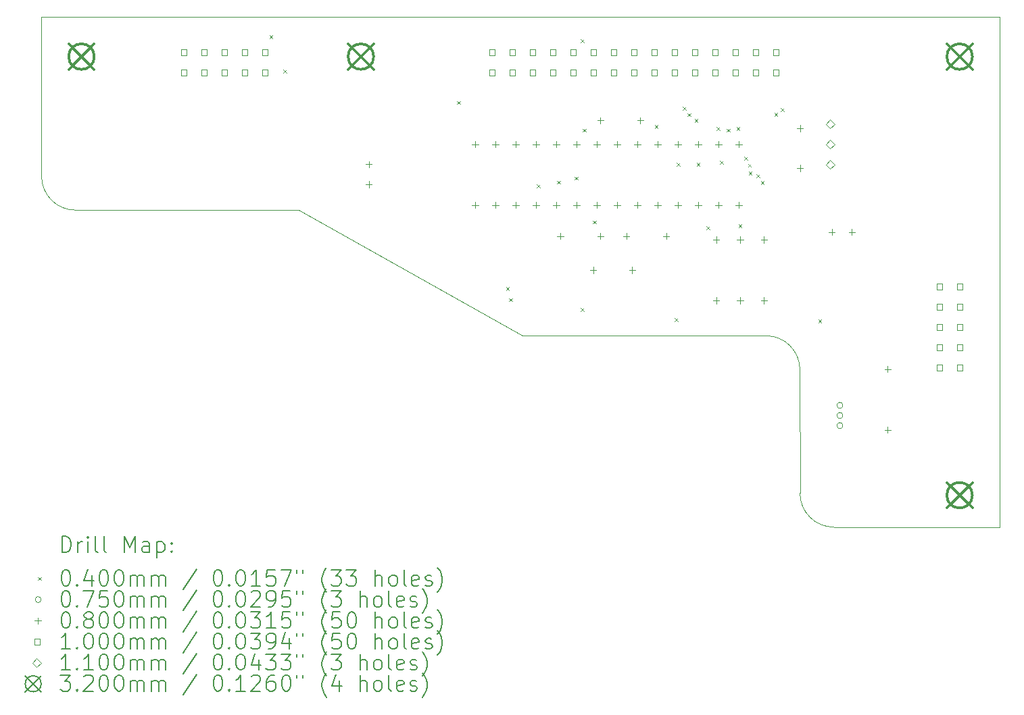
<source format=gbr>
%TF.GenerationSoftware,KiCad,Pcbnew,7.0.5*%
%TF.CreationDate,2023-07-07T19:02:23+02:00*%
%TF.ProjectId,Processor_Board,50726f63-6573-4736-9f72-5f426f617264,rev?*%
%TF.SameCoordinates,Original*%
%TF.FileFunction,Drillmap*%
%TF.FilePolarity,Positive*%
%FSLAX45Y45*%
G04 Gerber Fmt 4.5, Leading zero omitted, Abs format (unit mm)*
G04 Created by KiCad (PCBNEW 7.0.5) date 2023-07-07 19:02:23*
%MOMM*%
%LPD*%
G01*
G04 APERTURE LIST*
%ADD10C,0.100000*%
%ADD11C,0.200000*%
%ADD12C,0.040000*%
%ADD13C,0.075000*%
%ADD14C,0.080000*%
%ADD15C,0.110000*%
%ADD16C,0.320000*%
G04 APERTURE END LIST*
D10*
X4000000Y-15000000D02*
G75*
G03*
X4425000Y-15425000I425000J0D01*
G01*
X13499480Y-17425520D02*
G75*
G03*
X13074480Y-17000520I-425000J0D01*
G01*
X13500000Y-18975000D02*
G75*
G03*
X13925000Y-19400000I425000J0D01*
G01*
X4000000Y-13003800D02*
X4000000Y-15000000D01*
X16000000Y-13003800D02*
X4000000Y-13003800D01*
X16000000Y-19400000D02*
X16000000Y-13003800D01*
X13925000Y-19400000D02*
X16000000Y-19400000D01*
X13499480Y-17425520D02*
X13500000Y-18975000D01*
X10025000Y-17000000D02*
X13074480Y-17000520D01*
X7225000Y-15425000D02*
X10025000Y-17000000D01*
X4425000Y-15425000D02*
X7225000Y-15425000D01*
D11*
D12*
X6855000Y-13232550D02*
X6895000Y-13272550D01*
X6895000Y-13232550D02*
X6855000Y-13272550D01*
X7030000Y-13660950D02*
X7070000Y-13700950D01*
X7070000Y-13660950D02*
X7030000Y-13700950D01*
X9205000Y-14057550D02*
X9245000Y-14097550D01*
X9245000Y-14057550D02*
X9205000Y-14097550D01*
X9818730Y-16391270D02*
X9858730Y-16431270D01*
X9858730Y-16391270D02*
X9818730Y-16431270D01*
X9855000Y-16530000D02*
X9895000Y-16570000D01*
X9895000Y-16530000D02*
X9855000Y-16570000D01*
X10205000Y-15105000D02*
X10245000Y-15145000D01*
X10245000Y-15105000D02*
X10205000Y-15145000D01*
X10455000Y-15055000D02*
X10495000Y-15095000D01*
X10495000Y-15055000D02*
X10455000Y-15095000D01*
X10680000Y-15005000D02*
X10720000Y-15045000D01*
X10720000Y-15005000D02*
X10680000Y-15045000D01*
X10755000Y-13280000D02*
X10795000Y-13320000D01*
X10795000Y-13280000D02*
X10755000Y-13320000D01*
X10755000Y-16655000D02*
X10795000Y-16695000D01*
X10795000Y-16655000D02*
X10755000Y-16695000D01*
X10780000Y-14405000D02*
X10820000Y-14445000D01*
X10820000Y-14405000D02*
X10780000Y-14445000D01*
X10905000Y-15555000D02*
X10945000Y-15595000D01*
X10945000Y-15555000D02*
X10905000Y-15595000D01*
X11680000Y-14355000D02*
X11720000Y-14395000D01*
X11720000Y-14355000D02*
X11680000Y-14395000D01*
X11930000Y-16780000D02*
X11970000Y-16820000D01*
X11970000Y-16780000D02*
X11930000Y-16820000D01*
X11955000Y-14830000D02*
X11995000Y-14870000D01*
X11995000Y-14830000D02*
X11955000Y-14870000D01*
X12030000Y-14130000D02*
X12070000Y-14170000D01*
X12070000Y-14130000D02*
X12030000Y-14170000D01*
X12091550Y-14210139D02*
X12131550Y-14250139D01*
X12131550Y-14210139D02*
X12091550Y-14250139D01*
X12180000Y-14282550D02*
X12220000Y-14322550D01*
X12220000Y-14282550D02*
X12180000Y-14322550D01*
X12205000Y-14830000D02*
X12245000Y-14870000D01*
X12245000Y-14830000D02*
X12205000Y-14870000D01*
X12330000Y-15630000D02*
X12370000Y-15670000D01*
X12370000Y-15630000D02*
X12330000Y-15670000D01*
X12455000Y-14380000D02*
X12495000Y-14420000D01*
X12495000Y-14380000D02*
X12455000Y-14420000D01*
X12498050Y-14805000D02*
X12538050Y-14845000D01*
X12538050Y-14805000D02*
X12498050Y-14845000D01*
X12580000Y-14405000D02*
X12620000Y-14445000D01*
X12620000Y-14405000D02*
X12580000Y-14445000D01*
X12705000Y-14380000D02*
X12745000Y-14420000D01*
X12745000Y-14380000D02*
X12705000Y-14420000D01*
X12730000Y-15605000D02*
X12770000Y-15645000D01*
X12770000Y-15605000D02*
X12730000Y-15645000D01*
X12805000Y-14755000D02*
X12845000Y-14795000D01*
X12845000Y-14755000D02*
X12805000Y-14795000D01*
X12849699Y-14844398D02*
X12889699Y-14884398D01*
X12889699Y-14844398D02*
X12849699Y-14884398D01*
X12858409Y-14943968D02*
X12898409Y-14983968D01*
X12898409Y-14943968D02*
X12858409Y-14983968D01*
X12952205Y-14978498D02*
X12992205Y-15018498D01*
X12992205Y-14978498D02*
X12952205Y-15018498D01*
X13008975Y-15060760D02*
X13048975Y-15100760D01*
X13048975Y-15060760D02*
X13008975Y-15100760D01*
X13180000Y-14205000D02*
X13220000Y-14245000D01*
X13220000Y-14205000D02*
X13180000Y-14245000D01*
X13262262Y-14148228D02*
X13302262Y-14188228D01*
X13302262Y-14148228D02*
X13262262Y-14188228D01*
X13730000Y-16795950D02*
X13770000Y-16835950D01*
X13770000Y-16795950D02*
X13730000Y-16835950D01*
D13*
X14037500Y-17873000D02*
G75*
G03*
X14037500Y-17873000I-37500J0D01*
G01*
X14037500Y-18000000D02*
G75*
G03*
X14037500Y-18000000I-37500J0D01*
G01*
X14037500Y-18127000D02*
G75*
G03*
X14037500Y-18127000I-37500J0D01*
G01*
D14*
X8100000Y-14810000D02*
X8100000Y-14890000D01*
X8060000Y-14850000D02*
X8140000Y-14850000D01*
X8100000Y-15060000D02*
X8100000Y-15140000D01*
X8060000Y-15100000D02*
X8140000Y-15100000D01*
X9430000Y-14560000D02*
X9430000Y-14640000D01*
X9390000Y-14600000D02*
X9470000Y-14600000D01*
X9430000Y-15322000D02*
X9430000Y-15402000D01*
X9390000Y-15362000D02*
X9470000Y-15362000D01*
X9684000Y-14560000D02*
X9684000Y-14640000D01*
X9644000Y-14600000D02*
X9724000Y-14600000D01*
X9684000Y-15322000D02*
X9684000Y-15402000D01*
X9644000Y-15362000D02*
X9724000Y-15362000D01*
X9938000Y-14560000D02*
X9938000Y-14640000D01*
X9898000Y-14600000D02*
X9978000Y-14600000D01*
X9938000Y-15322000D02*
X9938000Y-15402000D01*
X9898000Y-15362000D02*
X9978000Y-15362000D01*
X10192000Y-14560000D02*
X10192000Y-14640000D01*
X10152000Y-14600000D02*
X10232000Y-14600000D01*
X10192000Y-15322000D02*
X10192000Y-15402000D01*
X10152000Y-15362000D02*
X10232000Y-15362000D01*
X10446000Y-14560000D02*
X10446000Y-14640000D01*
X10406000Y-14600000D02*
X10486000Y-14600000D01*
X10446000Y-15322000D02*
X10446000Y-15402000D01*
X10406000Y-15362000D02*
X10486000Y-15362000D01*
X10500000Y-15710000D02*
X10500000Y-15790000D01*
X10460000Y-15750000D02*
X10540000Y-15750000D01*
X10700000Y-14560000D02*
X10700000Y-14640000D01*
X10660000Y-14600000D02*
X10740000Y-14600000D01*
X10700000Y-15322000D02*
X10700000Y-15402000D01*
X10660000Y-15362000D02*
X10740000Y-15362000D01*
X10910000Y-16135000D02*
X10910000Y-16215000D01*
X10870000Y-16175000D02*
X10950000Y-16175000D01*
X10954000Y-14560000D02*
X10954000Y-14640000D01*
X10914000Y-14600000D02*
X10994000Y-14600000D01*
X10954000Y-15322000D02*
X10954000Y-15402000D01*
X10914000Y-15362000D02*
X10994000Y-15362000D01*
X11000000Y-14260000D02*
X11000000Y-14340000D01*
X10960000Y-14300000D02*
X11040000Y-14300000D01*
X11000000Y-15710000D02*
X11000000Y-15790000D01*
X10960000Y-15750000D02*
X11040000Y-15750000D01*
X11208000Y-14560000D02*
X11208000Y-14640000D01*
X11168000Y-14600000D02*
X11248000Y-14600000D01*
X11208000Y-15322000D02*
X11208000Y-15402000D01*
X11168000Y-15362000D02*
X11248000Y-15362000D01*
X11325000Y-15710000D02*
X11325000Y-15790000D01*
X11285000Y-15750000D02*
X11365000Y-15750000D01*
X11400000Y-16135000D02*
X11400000Y-16215000D01*
X11360000Y-16175000D02*
X11440000Y-16175000D01*
X11462000Y-14560000D02*
X11462000Y-14640000D01*
X11422000Y-14600000D02*
X11502000Y-14600000D01*
X11462000Y-15322000D02*
X11462000Y-15402000D01*
X11422000Y-15362000D02*
X11502000Y-15362000D01*
X11500000Y-14260000D02*
X11500000Y-14340000D01*
X11460000Y-14300000D02*
X11540000Y-14300000D01*
X11716000Y-14560000D02*
X11716000Y-14640000D01*
X11676000Y-14600000D02*
X11756000Y-14600000D01*
X11716000Y-15322000D02*
X11716000Y-15402000D01*
X11676000Y-15362000D02*
X11756000Y-15362000D01*
X11825000Y-15710000D02*
X11825000Y-15790000D01*
X11785000Y-15750000D02*
X11865000Y-15750000D01*
X11970000Y-14560000D02*
X11970000Y-14640000D01*
X11930000Y-14600000D02*
X12010000Y-14600000D01*
X11970000Y-15322000D02*
X11970000Y-15402000D01*
X11930000Y-15362000D02*
X12010000Y-15362000D01*
X12224000Y-14560000D02*
X12224000Y-14640000D01*
X12184000Y-14600000D02*
X12264000Y-14600000D01*
X12224000Y-15322000D02*
X12224000Y-15402000D01*
X12184000Y-15362000D02*
X12264000Y-15362000D01*
X12450000Y-15754000D02*
X12450000Y-15834000D01*
X12410000Y-15794000D02*
X12490000Y-15794000D01*
X12450000Y-16516000D02*
X12450000Y-16596000D01*
X12410000Y-16556000D02*
X12490000Y-16556000D01*
X12478000Y-14560000D02*
X12478000Y-14640000D01*
X12438000Y-14600000D02*
X12518000Y-14600000D01*
X12478000Y-15322000D02*
X12478000Y-15402000D01*
X12438000Y-15362000D02*
X12518000Y-15362000D01*
X12732000Y-14560000D02*
X12732000Y-14640000D01*
X12692000Y-14600000D02*
X12772000Y-14600000D01*
X12732000Y-15322000D02*
X12732000Y-15402000D01*
X12692000Y-15362000D02*
X12772000Y-15362000D01*
X12750000Y-15754000D02*
X12750000Y-15834000D01*
X12710000Y-15794000D02*
X12790000Y-15794000D01*
X12750000Y-16516000D02*
X12750000Y-16596000D01*
X12710000Y-16556000D02*
X12790000Y-16556000D01*
X13050000Y-15754000D02*
X13050000Y-15834000D01*
X13010000Y-15794000D02*
X13090000Y-15794000D01*
X13050000Y-16516000D02*
X13050000Y-16596000D01*
X13010000Y-16556000D02*
X13090000Y-16556000D01*
X13500000Y-14360000D02*
X13500000Y-14440000D01*
X13460000Y-14400000D02*
X13540000Y-14400000D01*
X13500000Y-14860000D02*
X13500000Y-14940000D01*
X13460000Y-14900000D02*
X13540000Y-14900000D01*
X13900000Y-15660000D02*
X13900000Y-15740000D01*
X13860000Y-15700000D02*
X13940000Y-15700000D01*
X14150000Y-15660000D02*
X14150000Y-15740000D01*
X14110000Y-15700000D02*
X14190000Y-15700000D01*
X14600000Y-17379000D02*
X14600000Y-17459000D01*
X14560000Y-17419000D02*
X14640000Y-17419000D01*
X14600000Y-18141000D02*
X14600000Y-18221000D01*
X14560000Y-18181000D02*
X14640000Y-18181000D01*
D10*
X5819356Y-13481356D02*
X5819356Y-13410644D01*
X5748644Y-13410644D01*
X5748644Y-13481356D01*
X5819356Y-13481356D01*
X5819356Y-13735356D02*
X5819356Y-13664644D01*
X5748644Y-13664644D01*
X5748644Y-13735356D01*
X5819356Y-13735356D01*
X6073356Y-13481356D02*
X6073356Y-13410644D01*
X6002644Y-13410644D01*
X6002644Y-13481356D01*
X6073356Y-13481356D01*
X6073356Y-13735356D02*
X6073356Y-13664644D01*
X6002644Y-13664644D01*
X6002644Y-13735356D01*
X6073356Y-13735356D01*
X6327356Y-13481356D02*
X6327356Y-13410644D01*
X6256644Y-13410644D01*
X6256644Y-13481356D01*
X6327356Y-13481356D01*
X6327356Y-13735356D02*
X6327356Y-13664644D01*
X6256644Y-13664644D01*
X6256644Y-13735356D01*
X6327356Y-13735356D01*
X6581356Y-13481356D02*
X6581356Y-13410644D01*
X6510644Y-13410644D01*
X6510644Y-13481356D01*
X6581356Y-13481356D01*
X6581356Y-13735356D02*
X6581356Y-13664644D01*
X6510644Y-13664644D01*
X6510644Y-13735356D01*
X6581356Y-13735356D01*
X6835356Y-13481356D02*
X6835356Y-13410644D01*
X6764644Y-13410644D01*
X6764644Y-13481356D01*
X6835356Y-13481356D01*
X6835356Y-13735356D02*
X6835356Y-13664644D01*
X6764644Y-13664644D01*
X6764644Y-13735356D01*
X6835356Y-13735356D01*
X9679356Y-13481356D02*
X9679356Y-13410644D01*
X9608644Y-13410644D01*
X9608644Y-13481356D01*
X9679356Y-13481356D01*
X9679356Y-13735356D02*
X9679356Y-13664644D01*
X9608644Y-13664644D01*
X9608644Y-13735356D01*
X9679356Y-13735356D01*
X9933356Y-13481356D02*
X9933356Y-13410644D01*
X9862644Y-13410644D01*
X9862644Y-13481356D01*
X9933356Y-13481356D01*
X9933356Y-13735356D02*
X9933356Y-13664644D01*
X9862644Y-13664644D01*
X9862644Y-13735356D01*
X9933356Y-13735356D01*
X10187356Y-13481356D02*
X10187356Y-13410644D01*
X10116644Y-13410644D01*
X10116644Y-13481356D01*
X10187356Y-13481356D01*
X10187356Y-13735356D02*
X10187356Y-13664644D01*
X10116644Y-13664644D01*
X10116644Y-13735356D01*
X10187356Y-13735356D01*
X10441356Y-13481356D02*
X10441356Y-13410644D01*
X10370644Y-13410644D01*
X10370644Y-13481356D01*
X10441356Y-13481356D01*
X10441356Y-13735356D02*
X10441356Y-13664644D01*
X10370644Y-13664644D01*
X10370644Y-13735356D01*
X10441356Y-13735356D01*
X10695356Y-13481356D02*
X10695356Y-13410644D01*
X10624644Y-13410644D01*
X10624644Y-13481356D01*
X10695356Y-13481356D01*
X10695356Y-13735356D02*
X10695356Y-13664644D01*
X10624644Y-13664644D01*
X10624644Y-13735356D01*
X10695356Y-13735356D01*
X10949356Y-13481356D02*
X10949356Y-13410644D01*
X10878644Y-13410644D01*
X10878644Y-13481356D01*
X10949356Y-13481356D01*
X10949356Y-13735356D02*
X10949356Y-13664644D01*
X10878644Y-13664644D01*
X10878644Y-13735356D01*
X10949356Y-13735356D01*
X11203356Y-13481356D02*
X11203356Y-13410644D01*
X11132644Y-13410644D01*
X11132644Y-13481356D01*
X11203356Y-13481356D01*
X11203356Y-13735356D02*
X11203356Y-13664644D01*
X11132644Y-13664644D01*
X11132644Y-13735356D01*
X11203356Y-13735356D01*
X11457356Y-13481356D02*
X11457356Y-13410644D01*
X11386644Y-13410644D01*
X11386644Y-13481356D01*
X11457356Y-13481356D01*
X11457356Y-13735356D02*
X11457356Y-13664644D01*
X11386644Y-13664644D01*
X11386644Y-13735356D01*
X11457356Y-13735356D01*
X11711356Y-13481356D02*
X11711356Y-13410644D01*
X11640644Y-13410644D01*
X11640644Y-13481356D01*
X11711356Y-13481356D01*
X11711356Y-13735356D02*
X11711356Y-13664644D01*
X11640644Y-13664644D01*
X11640644Y-13735356D01*
X11711356Y-13735356D01*
X11965356Y-13481356D02*
X11965356Y-13410644D01*
X11894644Y-13410644D01*
X11894644Y-13481356D01*
X11965356Y-13481356D01*
X11965356Y-13735356D02*
X11965356Y-13664644D01*
X11894644Y-13664644D01*
X11894644Y-13735356D01*
X11965356Y-13735356D01*
X12219356Y-13481356D02*
X12219356Y-13410644D01*
X12148644Y-13410644D01*
X12148644Y-13481356D01*
X12219356Y-13481356D01*
X12219356Y-13735356D02*
X12219356Y-13664644D01*
X12148644Y-13664644D01*
X12148644Y-13735356D01*
X12219356Y-13735356D01*
X12473356Y-13481356D02*
X12473356Y-13410644D01*
X12402644Y-13410644D01*
X12402644Y-13481356D01*
X12473356Y-13481356D01*
X12473356Y-13735356D02*
X12473356Y-13664644D01*
X12402644Y-13664644D01*
X12402644Y-13735356D01*
X12473356Y-13735356D01*
X12727356Y-13481356D02*
X12727356Y-13410644D01*
X12656644Y-13410644D01*
X12656644Y-13481356D01*
X12727356Y-13481356D01*
X12727356Y-13735356D02*
X12727356Y-13664644D01*
X12656644Y-13664644D01*
X12656644Y-13735356D01*
X12727356Y-13735356D01*
X12981356Y-13481356D02*
X12981356Y-13410644D01*
X12910644Y-13410644D01*
X12910644Y-13481356D01*
X12981356Y-13481356D01*
X12981356Y-13735356D02*
X12981356Y-13664644D01*
X12910644Y-13664644D01*
X12910644Y-13735356D01*
X12981356Y-13735356D01*
X13235356Y-13481356D02*
X13235356Y-13410644D01*
X13164644Y-13410644D01*
X13164644Y-13481356D01*
X13235356Y-13481356D01*
X13235356Y-13735356D02*
X13235356Y-13664644D01*
X13164644Y-13664644D01*
X13164644Y-13735356D01*
X13235356Y-13735356D01*
X15281356Y-16419356D02*
X15281356Y-16348644D01*
X15210644Y-16348644D01*
X15210644Y-16419356D01*
X15281356Y-16419356D01*
X15281356Y-16673356D02*
X15281356Y-16602644D01*
X15210644Y-16602644D01*
X15210644Y-16673356D01*
X15281356Y-16673356D01*
X15281356Y-16927356D02*
X15281356Y-16856644D01*
X15210644Y-16856644D01*
X15210644Y-16927356D01*
X15281356Y-16927356D01*
X15281356Y-17181356D02*
X15281356Y-17110644D01*
X15210644Y-17110644D01*
X15210644Y-17181356D01*
X15281356Y-17181356D01*
X15281356Y-17435356D02*
X15281356Y-17364644D01*
X15210644Y-17364644D01*
X15210644Y-17435356D01*
X15281356Y-17435356D01*
X15535356Y-16419356D02*
X15535356Y-16348644D01*
X15464644Y-16348644D01*
X15464644Y-16419356D01*
X15535356Y-16419356D01*
X15535356Y-16673356D02*
X15535356Y-16602644D01*
X15464644Y-16602644D01*
X15464644Y-16673356D01*
X15535356Y-16673356D01*
X15535356Y-16927356D02*
X15535356Y-16856644D01*
X15464644Y-16856644D01*
X15464644Y-16927356D01*
X15535356Y-16927356D01*
X15535356Y-17181356D02*
X15535356Y-17110644D01*
X15464644Y-17110644D01*
X15464644Y-17181356D01*
X15535356Y-17181356D01*
X15535356Y-17435356D02*
X15535356Y-17364644D01*
X15464644Y-17364644D01*
X15464644Y-17435356D01*
X15535356Y-17435356D01*
D15*
X13877000Y-14401000D02*
X13932000Y-14346000D01*
X13877000Y-14291000D01*
X13822000Y-14346000D01*
X13877000Y-14401000D01*
X13877000Y-14655000D02*
X13932000Y-14600000D01*
X13877000Y-14545000D01*
X13822000Y-14600000D01*
X13877000Y-14655000D01*
X13877000Y-14909000D02*
X13932000Y-14854000D01*
X13877000Y-14799000D01*
X13822000Y-14854000D01*
X13877000Y-14909000D01*
D16*
X4340000Y-13340000D02*
X4660000Y-13660000D01*
X4660000Y-13340000D02*
X4340000Y-13660000D01*
X4660000Y-13500000D02*
G75*
G03*
X4660000Y-13500000I-160000J0D01*
G01*
X7840000Y-13340000D02*
X8160000Y-13660000D01*
X8160000Y-13340000D02*
X7840000Y-13660000D01*
X8160000Y-13500000D02*
G75*
G03*
X8160000Y-13500000I-160000J0D01*
G01*
X15340000Y-13340000D02*
X15660000Y-13660000D01*
X15660000Y-13340000D02*
X15340000Y-13660000D01*
X15660000Y-13500000D02*
G75*
G03*
X15660000Y-13500000I-160000J0D01*
G01*
X15340000Y-18840000D02*
X15660000Y-19160000D01*
X15660000Y-18840000D02*
X15340000Y-19160000D01*
X15660000Y-19000000D02*
G75*
G03*
X15660000Y-19000000I-160000J0D01*
G01*
D11*
X4255777Y-19716484D02*
X4255777Y-19516484D01*
X4255777Y-19516484D02*
X4303396Y-19516484D01*
X4303396Y-19516484D02*
X4331967Y-19526008D01*
X4331967Y-19526008D02*
X4351015Y-19545055D01*
X4351015Y-19545055D02*
X4360539Y-19564103D01*
X4360539Y-19564103D02*
X4370063Y-19602198D01*
X4370063Y-19602198D02*
X4370063Y-19630770D01*
X4370063Y-19630770D02*
X4360539Y-19668865D01*
X4360539Y-19668865D02*
X4351015Y-19687912D01*
X4351015Y-19687912D02*
X4331967Y-19706960D01*
X4331967Y-19706960D02*
X4303396Y-19716484D01*
X4303396Y-19716484D02*
X4255777Y-19716484D01*
X4455777Y-19716484D02*
X4455777Y-19583150D01*
X4455777Y-19621246D02*
X4465301Y-19602198D01*
X4465301Y-19602198D02*
X4474824Y-19592674D01*
X4474824Y-19592674D02*
X4493872Y-19583150D01*
X4493872Y-19583150D02*
X4512920Y-19583150D01*
X4579586Y-19716484D02*
X4579586Y-19583150D01*
X4579586Y-19516484D02*
X4570063Y-19526008D01*
X4570063Y-19526008D02*
X4579586Y-19535531D01*
X4579586Y-19535531D02*
X4589110Y-19526008D01*
X4589110Y-19526008D02*
X4579586Y-19516484D01*
X4579586Y-19516484D02*
X4579586Y-19535531D01*
X4703396Y-19716484D02*
X4684348Y-19706960D01*
X4684348Y-19706960D02*
X4674824Y-19687912D01*
X4674824Y-19687912D02*
X4674824Y-19516484D01*
X4808158Y-19716484D02*
X4789110Y-19706960D01*
X4789110Y-19706960D02*
X4779586Y-19687912D01*
X4779586Y-19687912D02*
X4779586Y-19516484D01*
X5036729Y-19716484D02*
X5036729Y-19516484D01*
X5036729Y-19516484D02*
X5103396Y-19659341D01*
X5103396Y-19659341D02*
X5170063Y-19516484D01*
X5170063Y-19516484D02*
X5170063Y-19716484D01*
X5351015Y-19716484D02*
X5351015Y-19611722D01*
X5351015Y-19611722D02*
X5341491Y-19592674D01*
X5341491Y-19592674D02*
X5322444Y-19583150D01*
X5322444Y-19583150D02*
X5284348Y-19583150D01*
X5284348Y-19583150D02*
X5265301Y-19592674D01*
X5351015Y-19706960D02*
X5331967Y-19716484D01*
X5331967Y-19716484D02*
X5284348Y-19716484D01*
X5284348Y-19716484D02*
X5265301Y-19706960D01*
X5265301Y-19706960D02*
X5255777Y-19687912D01*
X5255777Y-19687912D02*
X5255777Y-19668865D01*
X5255777Y-19668865D02*
X5265301Y-19649817D01*
X5265301Y-19649817D02*
X5284348Y-19640293D01*
X5284348Y-19640293D02*
X5331967Y-19640293D01*
X5331967Y-19640293D02*
X5351015Y-19630770D01*
X5446253Y-19583150D02*
X5446253Y-19783150D01*
X5446253Y-19592674D02*
X5465301Y-19583150D01*
X5465301Y-19583150D02*
X5503396Y-19583150D01*
X5503396Y-19583150D02*
X5522444Y-19592674D01*
X5522444Y-19592674D02*
X5531967Y-19602198D01*
X5531967Y-19602198D02*
X5541491Y-19621246D01*
X5541491Y-19621246D02*
X5541491Y-19678389D01*
X5541491Y-19678389D02*
X5531967Y-19697436D01*
X5531967Y-19697436D02*
X5522444Y-19706960D01*
X5522444Y-19706960D02*
X5503396Y-19716484D01*
X5503396Y-19716484D02*
X5465301Y-19716484D01*
X5465301Y-19716484D02*
X5446253Y-19706960D01*
X5627205Y-19697436D02*
X5636729Y-19706960D01*
X5636729Y-19706960D02*
X5627205Y-19716484D01*
X5627205Y-19716484D02*
X5617682Y-19706960D01*
X5617682Y-19706960D02*
X5627205Y-19697436D01*
X5627205Y-19697436D02*
X5627205Y-19716484D01*
X5627205Y-19592674D02*
X5636729Y-19602198D01*
X5636729Y-19602198D02*
X5627205Y-19611722D01*
X5627205Y-19611722D02*
X5617682Y-19602198D01*
X5617682Y-19602198D02*
X5627205Y-19592674D01*
X5627205Y-19592674D02*
X5627205Y-19611722D01*
D12*
X3955000Y-20025000D02*
X3995000Y-20065000D01*
X3995000Y-20025000D02*
X3955000Y-20065000D01*
D11*
X4293872Y-19936484D02*
X4312920Y-19936484D01*
X4312920Y-19936484D02*
X4331967Y-19946008D01*
X4331967Y-19946008D02*
X4341491Y-19955531D01*
X4341491Y-19955531D02*
X4351015Y-19974579D01*
X4351015Y-19974579D02*
X4360539Y-20012674D01*
X4360539Y-20012674D02*
X4360539Y-20060293D01*
X4360539Y-20060293D02*
X4351015Y-20098389D01*
X4351015Y-20098389D02*
X4341491Y-20117436D01*
X4341491Y-20117436D02*
X4331967Y-20126960D01*
X4331967Y-20126960D02*
X4312920Y-20136484D01*
X4312920Y-20136484D02*
X4293872Y-20136484D01*
X4293872Y-20136484D02*
X4274824Y-20126960D01*
X4274824Y-20126960D02*
X4265301Y-20117436D01*
X4265301Y-20117436D02*
X4255777Y-20098389D01*
X4255777Y-20098389D02*
X4246253Y-20060293D01*
X4246253Y-20060293D02*
X4246253Y-20012674D01*
X4246253Y-20012674D02*
X4255777Y-19974579D01*
X4255777Y-19974579D02*
X4265301Y-19955531D01*
X4265301Y-19955531D02*
X4274824Y-19946008D01*
X4274824Y-19946008D02*
X4293872Y-19936484D01*
X4446253Y-20117436D02*
X4455777Y-20126960D01*
X4455777Y-20126960D02*
X4446253Y-20136484D01*
X4446253Y-20136484D02*
X4436729Y-20126960D01*
X4436729Y-20126960D02*
X4446253Y-20117436D01*
X4446253Y-20117436D02*
X4446253Y-20136484D01*
X4627205Y-20003150D02*
X4627205Y-20136484D01*
X4579586Y-19926960D02*
X4531967Y-20069817D01*
X4531967Y-20069817D02*
X4655777Y-20069817D01*
X4770063Y-19936484D02*
X4789110Y-19936484D01*
X4789110Y-19936484D02*
X4808158Y-19946008D01*
X4808158Y-19946008D02*
X4817682Y-19955531D01*
X4817682Y-19955531D02*
X4827205Y-19974579D01*
X4827205Y-19974579D02*
X4836729Y-20012674D01*
X4836729Y-20012674D02*
X4836729Y-20060293D01*
X4836729Y-20060293D02*
X4827205Y-20098389D01*
X4827205Y-20098389D02*
X4817682Y-20117436D01*
X4817682Y-20117436D02*
X4808158Y-20126960D01*
X4808158Y-20126960D02*
X4789110Y-20136484D01*
X4789110Y-20136484D02*
X4770063Y-20136484D01*
X4770063Y-20136484D02*
X4751015Y-20126960D01*
X4751015Y-20126960D02*
X4741491Y-20117436D01*
X4741491Y-20117436D02*
X4731967Y-20098389D01*
X4731967Y-20098389D02*
X4722444Y-20060293D01*
X4722444Y-20060293D02*
X4722444Y-20012674D01*
X4722444Y-20012674D02*
X4731967Y-19974579D01*
X4731967Y-19974579D02*
X4741491Y-19955531D01*
X4741491Y-19955531D02*
X4751015Y-19946008D01*
X4751015Y-19946008D02*
X4770063Y-19936484D01*
X4960539Y-19936484D02*
X4979586Y-19936484D01*
X4979586Y-19936484D02*
X4998634Y-19946008D01*
X4998634Y-19946008D02*
X5008158Y-19955531D01*
X5008158Y-19955531D02*
X5017682Y-19974579D01*
X5017682Y-19974579D02*
X5027205Y-20012674D01*
X5027205Y-20012674D02*
X5027205Y-20060293D01*
X5027205Y-20060293D02*
X5017682Y-20098389D01*
X5017682Y-20098389D02*
X5008158Y-20117436D01*
X5008158Y-20117436D02*
X4998634Y-20126960D01*
X4998634Y-20126960D02*
X4979586Y-20136484D01*
X4979586Y-20136484D02*
X4960539Y-20136484D01*
X4960539Y-20136484D02*
X4941491Y-20126960D01*
X4941491Y-20126960D02*
X4931967Y-20117436D01*
X4931967Y-20117436D02*
X4922444Y-20098389D01*
X4922444Y-20098389D02*
X4912920Y-20060293D01*
X4912920Y-20060293D02*
X4912920Y-20012674D01*
X4912920Y-20012674D02*
X4922444Y-19974579D01*
X4922444Y-19974579D02*
X4931967Y-19955531D01*
X4931967Y-19955531D02*
X4941491Y-19946008D01*
X4941491Y-19946008D02*
X4960539Y-19936484D01*
X5112920Y-20136484D02*
X5112920Y-20003150D01*
X5112920Y-20022198D02*
X5122444Y-20012674D01*
X5122444Y-20012674D02*
X5141491Y-20003150D01*
X5141491Y-20003150D02*
X5170063Y-20003150D01*
X5170063Y-20003150D02*
X5189110Y-20012674D01*
X5189110Y-20012674D02*
X5198634Y-20031722D01*
X5198634Y-20031722D02*
X5198634Y-20136484D01*
X5198634Y-20031722D02*
X5208158Y-20012674D01*
X5208158Y-20012674D02*
X5227205Y-20003150D01*
X5227205Y-20003150D02*
X5255777Y-20003150D01*
X5255777Y-20003150D02*
X5274825Y-20012674D01*
X5274825Y-20012674D02*
X5284348Y-20031722D01*
X5284348Y-20031722D02*
X5284348Y-20136484D01*
X5379586Y-20136484D02*
X5379586Y-20003150D01*
X5379586Y-20022198D02*
X5389110Y-20012674D01*
X5389110Y-20012674D02*
X5408158Y-20003150D01*
X5408158Y-20003150D02*
X5436729Y-20003150D01*
X5436729Y-20003150D02*
X5455777Y-20012674D01*
X5455777Y-20012674D02*
X5465301Y-20031722D01*
X5465301Y-20031722D02*
X5465301Y-20136484D01*
X5465301Y-20031722D02*
X5474825Y-20012674D01*
X5474825Y-20012674D02*
X5493872Y-20003150D01*
X5493872Y-20003150D02*
X5522444Y-20003150D01*
X5522444Y-20003150D02*
X5541491Y-20012674D01*
X5541491Y-20012674D02*
X5551015Y-20031722D01*
X5551015Y-20031722D02*
X5551015Y-20136484D01*
X5941491Y-19926960D02*
X5770063Y-20184103D01*
X6198634Y-19936484D02*
X6217682Y-19936484D01*
X6217682Y-19936484D02*
X6236729Y-19946008D01*
X6236729Y-19946008D02*
X6246253Y-19955531D01*
X6246253Y-19955531D02*
X6255777Y-19974579D01*
X6255777Y-19974579D02*
X6265301Y-20012674D01*
X6265301Y-20012674D02*
X6265301Y-20060293D01*
X6265301Y-20060293D02*
X6255777Y-20098389D01*
X6255777Y-20098389D02*
X6246253Y-20117436D01*
X6246253Y-20117436D02*
X6236729Y-20126960D01*
X6236729Y-20126960D02*
X6217682Y-20136484D01*
X6217682Y-20136484D02*
X6198634Y-20136484D01*
X6198634Y-20136484D02*
X6179586Y-20126960D01*
X6179586Y-20126960D02*
X6170063Y-20117436D01*
X6170063Y-20117436D02*
X6160539Y-20098389D01*
X6160539Y-20098389D02*
X6151015Y-20060293D01*
X6151015Y-20060293D02*
X6151015Y-20012674D01*
X6151015Y-20012674D02*
X6160539Y-19974579D01*
X6160539Y-19974579D02*
X6170063Y-19955531D01*
X6170063Y-19955531D02*
X6179586Y-19946008D01*
X6179586Y-19946008D02*
X6198634Y-19936484D01*
X6351015Y-20117436D02*
X6360539Y-20126960D01*
X6360539Y-20126960D02*
X6351015Y-20136484D01*
X6351015Y-20136484D02*
X6341491Y-20126960D01*
X6341491Y-20126960D02*
X6351015Y-20117436D01*
X6351015Y-20117436D02*
X6351015Y-20136484D01*
X6484348Y-19936484D02*
X6503396Y-19936484D01*
X6503396Y-19936484D02*
X6522444Y-19946008D01*
X6522444Y-19946008D02*
X6531967Y-19955531D01*
X6531967Y-19955531D02*
X6541491Y-19974579D01*
X6541491Y-19974579D02*
X6551015Y-20012674D01*
X6551015Y-20012674D02*
X6551015Y-20060293D01*
X6551015Y-20060293D02*
X6541491Y-20098389D01*
X6541491Y-20098389D02*
X6531967Y-20117436D01*
X6531967Y-20117436D02*
X6522444Y-20126960D01*
X6522444Y-20126960D02*
X6503396Y-20136484D01*
X6503396Y-20136484D02*
X6484348Y-20136484D01*
X6484348Y-20136484D02*
X6465301Y-20126960D01*
X6465301Y-20126960D02*
X6455777Y-20117436D01*
X6455777Y-20117436D02*
X6446253Y-20098389D01*
X6446253Y-20098389D02*
X6436729Y-20060293D01*
X6436729Y-20060293D02*
X6436729Y-20012674D01*
X6436729Y-20012674D02*
X6446253Y-19974579D01*
X6446253Y-19974579D02*
X6455777Y-19955531D01*
X6455777Y-19955531D02*
X6465301Y-19946008D01*
X6465301Y-19946008D02*
X6484348Y-19936484D01*
X6741491Y-20136484D02*
X6627206Y-20136484D01*
X6684348Y-20136484D02*
X6684348Y-19936484D01*
X6684348Y-19936484D02*
X6665301Y-19965055D01*
X6665301Y-19965055D02*
X6646253Y-19984103D01*
X6646253Y-19984103D02*
X6627206Y-19993627D01*
X6922444Y-19936484D02*
X6827206Y-19936484D01*
X6827206Y-19936484D02*
X6817682Y-20031722D01*
X6817682Y-20031722D02*
X6827206Y-20022198D01*
X6827206Y-20022198D02*
X6846253Y-20012674D01*
X6846253Y-20012674D02*
X6893872Y-20012674D01*
X6893872Y-20012674D02*
X6912920Y-20022198D01*
X6912920Y-20022198D02*
X6922444Y-20031722D01*
X6922444Y-20031722D02*
X6931967Y-20050770D01*
X6931967Y-20050770D02*
X6931967Y-20098389D01*
X6931967Y-20098389D02*
X6922444Y-20117436D01*
X6922444Y-20117436D02*
X6912920Y-20126960D01*
X6912920Y-20126960D02*
X6893872Y-20136484D01*
X6893872Y-20136484D02*
X6846253Y-20136484D01*
X6846253Y-20136484D02*
X6827206Y-20126960D01*
X6827206Y-20126960D02*
X6817682Y-20117436D01*
X6998634Y-19936484D02*
X7131967Y-19936484D01*
X7131967Y-19936484D02*
X7046253Y-20136484D01*
X7198634Y-19936484D02*
X7198634Y-19974579D01*
X7274825Y-19936484D02*
X7274825Y-19974579D01*
X7570063Y-20212674D02*
X7560539Y-20203150D01*
X7560539Y-20203150D02*
X7541491Y-20174579D01*
X7541491Y-20174579D02*
X7531968Y-20155531D01*
X7531968Y-20155531D02*
X7522444Y-20126960D01*
X7522444Y-20126960D02*
X7512920Y-20079341D01*
X7512920Y-20079341D02*
X7512920Y-20041246D01*
X7512920Y-20041246D02*
X7522444Y-19993627D01*
X7522444Y-19993627D02*
X7531968Y-19965055D01*
X7531968Y-19965055D02*
X7541491Y-19946008D01*
X7541491Y-19946008D02*
X7560539Y-19917436D01*
X7560539Y-19917436D02*
X7570063Y-19907912D01*
X7627206Y-19936484D02*
X7751015Y-19936484D01*
X7751015Y-19936484D02*
X7684348Y-20012674D01*
X7684348Y-20012674D02*
X7712920Y-20012674D01*
X7712920Y-20012674D02*
X7731968Y-20022198D01*
X7731968Y-20022198D02*
X7741491Y-20031722D01*
X7741491Y-20031722D02*
X7751015Y-20050770D01*
X7751015Y-20050770D02*
X7751015Y-20098389D01*
X7751015Y-20098389D02*
X7741491Y-20117436D01*
X7741491Y-20117436D02*
X7731968Y-20126960D01*
X7731968Y-20126960D02*
X7712920Y-20136484D01*
X7712920Y-20136484D02*
X7655777Y-20136484D01*
X7655777Y-20136484D02*
X7636729Y-20126960D01*
X7636729Y-20126960D02*
X7627206Y-20117436D01*
X7817682Y-19936484D02*
X7941491Y-19936484D01*
X7941491Y-19936484D02*
X7874825Y-20012674D01*
X7874825Y-20012674D02*
X7903396Y-20012674D01*
X7903396Y-20012674D02*
X7922444Y-20022198D01*
X7922444Y-20022198D02*
X7931968Y-20031722D01*
X7931968Y-20031722D02*
X7941491Y-20050770D01*
X7941491Y-20050770D02*
X7941491Y-20098389D01*
X7941491Y-20098389D02*
X7931968Y-20117436D01*
X7931968Y-20117436D02*
X7922444Y-20126960D01*
X7922444Y-20126960D02*
X7903396Y-20136484D01*
X7903396Y-20136484D02*
X7846253Y-20136484D01*
X7846253Y-20136484D02*
X7827206Y-20126960D01*
X7827206Y-20126960D02*
X7817682Y-20117436D01*
X8179587Y-20136484D02*
X8179587Y-19936484D01*
X8265301Y-20136484D02*
X8265301Y-20031722D01*
X8265301Y-20031722D02*
X8255777Y-20012674D01*
X8255777Y-20012674D02*
X8236730Y-20003150D01*
X8236730Y-20003150D02*
X8208158Y-20003150D01*
X8208158Y-20003150D02*
X8189110Y-20012674D01*
X8189110Y-20012674D02*
X8179587Y-20022198D01*
X8389111Y-20136484D02*
X8370063Y-20126960D01*
X8370063Y-20126960D02*
X8360539Y-20117436D01*
X8360539Y-20117436D02*
X8351015Y-20098389D01*
X8351015Y-20098389D02*
X8351015Y-20041246D01*
X8351015Y-20041246D02*
X8360539Y-20022198D01*
X8360539Y-20022198D02*
X8370063Y-20012674D01*
X8370063Y-20012674D02*
X8389111Y-20003150D01*
X8389111Y-20003150D02*
X8417682Y-20003150D01*
X8417682Y-20003150D02*
X8436730Y-20012674D01*
X8436730Y-20012674D02*
X8446253Y-20022198D01*
X8446253Y-20022198D02*
X8455777Y-20041246D01*
X8455777Y-20041246D02*
X8455777Y-20098389D01*
X8455777Y-20098389D02*
X8446253Y-20117436D01*
X8446253Y-20117436D02*
X8436730Y-20126960D01*
X8436730Y-20126960D02*
X8417682Y-20136484D01*
X8417682Y-20136484D02*
X8389111Y-20136484D01*
X8570063Y-20136484D02*
X8551015Y-20126960D01*
X8551015Y-20126960D02*
X8541492Y-20107912D01*
X8541492Y-20107912D02*
X8541492Y-19936484D01*
X8722444Y-20126960D02*
X8703396Y-20136484D01*
X8703396Y-20136484D02*
X8665301Y-20136484D01*
X8665301Y-20136484D02*
X8646253Y-20126960D01*
X8646253Y-20126960D02*
X8636730Y-20107912D01*
X8636730Y-20107912D02*
X8636730Y-20031722D01*
X8636730Y-20031722D02*
X8646253Y-20012674D01*
X8646253Y-20012674D02*
X8665301Y-20003150D01*
X8665301Y-20003150D02*
X8703396Y-20003150D01*
X8703396Y-20003150D02*
X8722444Y-20012674D01*
X8722444Y-20012674D02*
X8731968Y-20031722D01*
X8731968Y-20031722D02*
X8731968Y-20050770D01*
X8731968Y-20050770D02*
X8636730Y-20069817D01*
X8808158Y-20126960D02*
X8827206Y-20136484D01*
X8827206Y-20136484D02*
X8865301Y-20136484D01*
X8865301Y-20136484D02*
X8884349Y-20126960D01*
X8884349Y-20126960D02*
X8893873Y-20107912D01*
X8893873Y-20107912D02*
X8893873Y-20098389D01*
X8893873Y-20098389D02*
X8884349Y-20079341D01*
X8884349Y-20079341D02*
X8865301Y-20069817D01*
X8865301Y-20069817D02*
X8836730Y-20069817D01*
X8836730Y-20069817D02*
X8817682Y-20060293D01*
X8817682Y-20060293D02*
X8808158Y-20041246D01*
X8808158Y-20041246D02*
X8808158Y-20031722D01*
X8808158Y-20031722D02*
X8817682Y-20012674D01*
X8817682Y-20012674D02*
X8836730Y-20003150D01*
X8836730Y-20003150D02*
X8865301Y-20003150D01*
X8865301Y-20003150D02*
X8884349Y-20012674D01*
X8960539Y-20212674D02*
X8970063Y-20203150D01*
X8970063Y-20203150D02*
X8989111Y-20174579D01*
X8989111Y-20174579D02*
X8998634Y-20155531D01*
X8998634Y-20155531D02*
X9008158Y-20126960D01*
X9008158Y-20126960D02*
X9017682Y-20079341D01*
X9017682Y-20079341D02*
X9017682Y-20041246D01*
X9017682Y-20041246D02*
X9008158Y-19993627D01*
X9008158Y-19993627D02*
X8998634Y-19965055D01*
X8998634Y-19965055D02*
X8989111Y-19946008D01*
X8989111Y-19946008D02*
X8970063Y-19917436D01*
X8970063Y-19917436D02*
X8960539Y-19907912D01*
D13*
X3995000Y-20309000D02*
G75*
G03*
X3995000Y-20309000I-37500J0D01*
G01*
D11*
X4293872Y-20200484D02*
X4312920Y-20200484D01*
X4312920Y-20200484D02*
X4331967Y-20210008D01*
X4331967Y-20210008D02*
X4341491Y-20219531D01*
X4341491Y-20219531D02*
X4351015Y-20238579D01*
X4351015Y-20238579D02*
X4360539Y-20276674D01*
X4360539Y-20276674D02*
X4360539Y-20324293D01*
X4360539Y-20324293D02*
X4351015Y-20362389D01*
X4351015Y-20362389D02*
X4341491Y-20381436D01*
X4341491Y-20381436D02*
X4331967Y-20390960D01*
X4331967Y-20390960D02*
X4312920Y-20400484D01*
X4312920Y-20400484D02*
X4293872Y-20400484D01*
X4293872Y-20400484D02*
X4274824Y-20390960D01*
X4274824Y-20390960D02*
X4265301Y-20381436D01*
X4265301Y-20381436D02*
X4255777Y-20362389D01*
X4255777Y-20362389D02*
X4246253Y-20324293D01*
X4246253Y-20324293D02*
X4246253Y-20276674D01*
X4246253Y-20276674D02*
X4255777Y-20238579D01*
X4255777Y-20238579D02*
X4265301Y-20219531D01*
X4265301Y-20219531D02*
X4274824Y-20210008D01*
X4274824Y-20210008D02*
X4293872Y-20200484D01*
X4446253Y-20381436D02*
X4455777Y-20390960D01*
X4455777Y-20390960D02*
X4446253Y-20400484D01*
X4446253Y-20400484D02*
X4436729Y-20390960D01*
X4436729Y-20390960D02*
X4446253Y-20381436D01*
X4446253Y-20381436D02*
X4446253Y-20400484D01*
X4522444Y-20200484D02*
X4655777Y-20200484D01*
X4655777Y-20200484D02*
X4570063Y-20400484D01*
X4827205Y-20200484D02*
X4731967Y-20200484D01*
X4731967Y-20200484D02*
X4722444Y-20295722D01*
X4722444Y-20295722D02*
X4731967Y-20286198D01*
X4731967Y-20286198D02*
X4751015Y-20276674D01*
X4751015Y-20276674D02*
X4798634Y-20276674D01*
X4798634Y-20276674D02*
X4817682Y-20286198D01*
X4817682Y-20286198D02*
X4827205Y-20295722D01*
X4827205Y-20295722D02*
X4836729Y-20314770D01*
X4836729Y-20314770D02*
X4836729Y-20362389D01*
X4836729Y-20362389D02*
X4827205Y-20381436D01*
X4827205Y-20381436D02*
X4817682Y-20390960D01*
X4817682Y-20390960D02*
X4798634Y-20400484D01*
X4798634Y-20400484D02*
X4751015Y-20400484D01*
X4751015Y-20400484D02*
X4731967Y-20390960D01*
X4731967Y-20390960D02*
X4722444Y-20381436D01*
X4960539Y-20200484D02*
X4979586Y-20200484D01*
X4979586Y-20200484D02*
X4998634Y-20210008D01*
X4998634Y-20210008D02*
X5008158Y-20219531D01*
X5008158Y-20219531D02*
X5017682Y-20238579D01*
X5017682Y-20238579D02*
X5027205Y-20276674D01*
X5027205Y-20276674D02*
X5027205Y-20324293D01*
X5027205Y-20324293D02*
X5017682Y-20362389D01*
X5017682Y-20362389D02*
X5008158Y-20381436D01*
X5008158Y-20381436D02*
X4998634Y-20390960D01*
X4998634Y-20390960D02*
X4979586Y-20400484D01*
X4979586Y-20400484D02*
X4960539Y-20400484D01*
X4960539Y-20400484D02*
X4941491Y-20390960D01*
X4941491Y-20390960D02*
X4931967Y-20381436D01*
X4931967Y-20381436D02*
X4922444Y-20362389D01*
X4922444Y-20362389D02*
X4912920Y-20324293D01*
X4912920Y-20324293D02*
X4912920Y-20276674D01*
X4912920Y-20276674D02*
X4922444Y-20238579D01*
X4922444Y-20238579D02*
X4931967Y-20219531D01*
X4931967Y-20219531D02*
X4941491Y-20210008D01*
X4941491Y-20210008D02*
X4960539Y-20200484D01*
X5112920Y-20400484D02*
X5112920Y-20267150D01*
X5112920Y-20286198D02*
X5122444Y-20276674D01*
X5122444Y-20276674D02*
X5141491Y-20267150D01*
X5141491Y-20267150D02*
X5170063Y-20267150D01*
X5170063Y-20267150D02*
X5189110Y-20276674D01*
X5189110Y-20276674D02*
X5198634Y-20295722D01*
X5198634Y-20295722D02*
X5198634Y-20400484D01*
X5198634Y-20295722D02*
X5208158Y-20276674D01*
X5208158Y-20276674D02*
X5227205Y-20267150D01*
X5227205Y-20267150D02*
X5255777Y-20267150D01*
X5255777Y-20267150D02*
X5274825Y-20276674D01*
X5274825Y-20276674D02*
X5284348Y-20295722D01*
X5284348Y-20295722D02*
X5284348Y-20400484D01*
X5379586Y-20400484D02*
X5379586Y-20267150D01*
X5379586Y-20286198D02*
X5389110Y-20276674D01*
X5389110Y-20276674D02*
X5408158Y-20267150D01*
X5408158Y-20267150D02*
X5436729Y-20267150D01*
X5436729Y-20267150D02*
X5455777Y-20276674D01*
X5455777Y-20276674D02*
X5465301Y-20295722D01*
X5465301Y-20295722D02*
X5465301Y-20400484D01*
X5465301Y-20295722D02*
X5474825Y-20276674D01*
X5474825Y-20276674D02*
X5493872Y-20267150D01*
X5493872Y-20267150D02*
X5522444Y-20267150D01*
X5522444Y-20267150D02*
X5541491Y-20276674D01*
X5541491Y-20276674D02*
X5551015Y-20295722D01*
X5551015Y-20295722D02*
X5551015Y-20400484D01*
X5941491Y-20190960D02*
X5770063Y-20448103D01*
X6198634Y-20200484D02*
X6217682Y-20200484D01*
X6217682Y-20200484D02*
X6236729Y-20210008D01*
X6236729Y-20210008D02*
X6246253Y-20219531D01*
X6246253Y-20219531D02*
X6255777Y-20238579D01*
X6255777Y-20238579D02*
X6265301Y-20276674D01*
X6265301Y-20276674D02*
X6265301Y-20324293D01*
X6265301Y-20324293D02*
X6255777Y-20362389D01*
X6255777Y-20362389D02*
X6246253Y-20381436D01*
X6246253Y-20381436D02*
X6236729Y-20390960D01*
X6236729Y-20390960D02*
X6217682Y-20400484D01*
X6217682Y-20400484D02*
X6198634Y-20400484D01*
X6198634Y-20400484D02*
X6179586Y-20390960D01*
X6179586Y-20390960D02*
X6170063Y-20381436D01*
X6170063Y-20381436D02*
X6160539Y-20362389D01*
X6160539Y-20362389D02*
X6151015Y-20324293D01*
X6151015Y-20324293D02*
X6151015Y-20276674D01*
X6151015Y-20276674D02*
X6160539Y-20238579D01*
X6160539Y-20238579D02*
X6170063Y-20219531D01*
X6170063Y-20219531D02*
X6179586Y-20210008D01*
X6179586Y-20210008D02*
X6198634Y-20200484D01*
X6351015Y-20381436D02*
X6360539Y-20390960D01*
X6360539Y-20390960D02*
X6351015Y-20400484D01*
X6351015Y-20400484D02*
X6341491Y-20390960D01*
X6341491Y-20390960D02*
X6351015Y-20381436D01*
X6351015Y-20381436D02*
X6351015Y-20400484D01*
X6484348Y-20200484D02*
X6503396Y-20200484D01*
X6503396Y-20200484D02*
X6522444Y-20210008D01*
X6522444Y-20210008D02*
X6531967Y-20219531D01*
X6531967Y-20219531D02*
X6541491Y-20238579D01*
X6541491Y-20238579D02*
X6551015Y-20276674D01*
X6551015Y-20276674D02*
X6551015Y-20324293D01*
X6551015Y-20324293D02*
X6541491Y-20362389D01*
X6541491Y-20362389D02*
X6531967Y-20381436D01*
X6531967Y-20381436D02*
X6522444Y-20390960D01*
X6522444Y-20390960D02*
X6503396Y-20400484D01*
X6503396Y-20400484D02*
X6484348Y-20400484D01*
X6484348Y-20400484D02*
X6465301Y-20390960D01*
X6465301Y-20390960D02*
X6455777Y-20381436D01*
X6455777Y-20381436D02*
X6446253Y-20362389D01*
X6446253Y-20362389D02*
X6436729Y-20324293D01*
X6436729Y-20324293D02*
X6436729Y-20276674D01*
X6436729Y-20276674D02*
X6446253Y-20238579D01*
X6446253Y-20238579D02*
X6455777Y-20219531D01*
X6455777Y-20219531D02*
X6465301Y-20210008D01*
X6465301Y-20210008D02*
X6484348Y-20200484D01*
X6627206Y-20219531D02*
X6636729Y-20210008D01*
X6636729Y-20210008D02*
X6655777Y-20200484D01*
X6655777Y-20200484D02*
X6703396Y-20200484D01*
X6703396Y-20200484D02*
X6722444Y-20210008D01*
X6722444Y-20210008D02*
X6731967Y-20219531D01*
X6731967Y-20219531D02*
X6741491Y-20238579D01*
X6741491Y-20238579D02*
X6741491Y-20257627D01*
X6741491Y-20257627D02*
X6731967Y-20286198D01*
X6731967Y-20286198D02*
X6617682Y-20400484D01*
X6617682Y-20400484D02*
X6741491Y-20400484D01*
X6836729Y-20400484D02*
X6874825Y-20400484D01*
X6874825Y-20400484D02*
X6893872Y-20390960D01*
X6893872Y-20390960D02*
X6903396Y-20381436D01*
X6903396Y-20381436D02*
X6922444Y-20352865D01*
X6922444Y-20352865D02*
X6931967Y-20314770D01*
X6931967Y-20314770D02*
X6931967Y-20238579D01*
X6931967Y-20238579D02*
X6922444Y-20219531D01*
X6922444Y-20219531D02*
X6912920Y-20210008D01*
X6912920Y-20210008D02*
X6893872Y-20200484D01*
X6893872Y-20200484D02*
X6855777Y-20200484D01*
X6855777Y-20200484D02*
X6836729Y-20210008D01*
X6836729Y-20210008D02*
X6827206Y-20219531D01*
X6827206Y-20219531D02*
X6817682Y-20238579D01*
X6817682Y-20238579D02*
X6817682Y-20286198D01*
X6817682Y-20286198D02*
X6827206Y-20305246D01*
X6827206Y-20305246D02*
X6836729Y-20314770D01*
X6836729Y-20314770D02*
X6855777Y-20324293D01*
X6855777Y-20324293D02*
X6893872Y-20324293D01*
X6893872Y-20324293D02*
X6912920Y-20314770D01*
X6912920Y-20314770D02*
X6922444Y-20305246D01*
X6922444Y-20305246D02*
X6931967Y-20286198D01*
X7112920Y-20200484D02*
X7017682Y-20200484D01*
X7017682Y-20200484D02*
X7008158Y-20295722D01*
X7008158Y-20295722D02*
X7017682Y-20286198D01*
X7017682Y-20286198D02*
X7036729Y-20276674D01*
X7036729Y-20276674D02*
X7084348Y-20276674D01*
X7084348Y-20276674D02*
X7103396Y-20286198D01*
X7103396Y-20286198D02*
X7112920Y-20295722D01*
X7112920Y-20295722D02*
X7122444Y-20314770D01*
X7122444Y-20314770D02*
X7122444Y-20362389D01*
X7122444Y-20362389D02*
X7112920Y-20381436D01*
X7112920Y-20381436D02*
X7103396Y-20390960D01*
X7103396Y-20390960D02*
X7084348Y-20400484D01*
X7084348Y-20400484D02*
X7036729Y-20400484D01*
X7036729Y-20400484D02*
X7017682Y-20390960D01*
X7017682Y-20390960D02*
X7008158Y-20381436D01*
X7198634Y-20200484D02*
X7198634Y-20238579D01*
X7274825Y-20200484D02*
X7274825Y-20238579D01*
X7570063Y-20476674D02*
X7560539Y-20467150D01*
X7560539Y-20467150D02*
X7541491Y-20438579D01*
X7541491Y-20438579D02*
X7531968Y-20419531D01*
X7531968Y-20419531D02*
X7522444Y-20390960D01*
X7522444Y-20390960D02*
X7512920Y-20343341D01*
X7512920Y-20343341D02*
X7512920Y-20305246D01*
X7512920Y-20305246D02*
X7522444Y-20257627D01*
X7522444Y-20257627D02*
X7531968Y-20229055D01*
X7531968Y-20229055D02*
X7541491Y-20210008D01*
X7541491Y-20210008D02*
X7560539Y-20181436D01*
X7560539Y-20181436D02*
X7570063Y-20171912D01*
X7627206Y-20200484D02*
X7751015Y-20200484D01*
X7751015Y-20200484D02*
X7684348Y-20276674D01*
X7684348Y-20276674D02*
X7712920Y-20276674D01*
X7712920Y-20276674D02*
X7731968Y-20286198D01*
X7731968Y-20286198D02*
X7741491Y-20295722D01*
X7741491Y-20295722D02*
X7751015Y-20314770D01*
X7751015Y-20314770D02*
X7751015Y-20362389D01*
X7751015Y-20362389D02*
X7741491Y-20381436D01*
X7741491Y-20381436D02*
X7731968Y-20390960D01*
X7731968Y-20390960D02*
X7712920Y-20400484D01*
X7712920Y-20400484D02*
X7655777Y-20400484D01*
X7655777Y-20400484D02*
X7636729Y-20390960D01*
X7636729Y-20390960D02*
X7627206Y-20381436D01*
X7989110Y-20400484D02*
X7989110Y-20200484D01*
X8074825Y-20400484D02*
X8074825Y-20295722D01*
X8074825Y-20295722D02*
X8065301Y-20276674D01*
X8065301Y-20276674D02*
X8046253Y-20267150D01*
X8046253Y-20267150D02*
X8017682Y-20267150D01*
X8017682Y-20267150D02*
X7998634Y-20276674D01*
X7998634Y-20276674D02*
X7989110Y-20286198D01*
X8198634Y-20400484D02*
X8179587Y-20390960D01*
X8179587Y-20390960D02*
X8170063Y-20381436D01*
X8170063Y-20381436D02*
X8160539Y-20362389D01*
X8160539Y-20362389D02*
X8160539Y-20305246D01*
X8160539Y-20305246D02*
X8170063Y-20286198D01*
X8170063Y-20286198D02*
X8179587Y-20276674D01*
X8179587Y-20276674D02*
X8198634Y-20267150D01*
X8198634Y-20267150D02*
X8227206Y-20267150D01*
X8227206Y-20267150D02*
X8246253Y-20276674D01*
X8246253Y-20276674D02*
X8255777Y-20286198D01*
X8255777Y-20286198D02*
X8265301Y-20305246D01*
X8265301Y-20305246D02*
X8265301Y-20362389D01*
X8265301Y-20362389D02*
X8255777Y-20381436D01*
X8255777Y-20381436D02*
X8246253Y-20390960D01*
X8246253Y-20390960D02*
X8227206Y-20400484D01*
X8227206Y-20400484D02*
X8198634Y-20400484D01*
X8379587Y-20400484D02*
X8360539Y-20390960D01*
X8360539Y-20390960D02*
X8351015Y-20371912D01*
X8351015Y-20371912D02*
X8351015Y-20200484D01*
X8531968Y-20390960D02*
X8512920Y-20400484D01*
X8512920Y-20400484D02*
X8474825Y-20400484D01*
X8474825Y-20400484D02*
X8455777Y-20390960D01*
X8455777Y-20390960D02*
X8446253Y-20371912D01*
X8446253Y-20371912D02*
X8446253Y-20295722D01*
X8446253Y-20295722D02*
X8455777Y-20276674D01*
X8455777Y-20276674D02*
X8474825Y-20267150D01*
X8474825Y-20267150D02*
X8512920Y-20267150D01*
X8512920Y-20267150D02*
X8531968Y-20276674D01*
X8531968Y-20276674D02*
X8541492Y-20295722D01*
X8541492Y-20295722D02*
X8541492Y-20314770D01*
X8541492Y-20314770D02*
X8446253Y-20333817D01*
X8617682Y-20390960D02*
X8636730Y-20400484D01*
X8636730Y-20400484D02*
X8674825Y-20400484D01*
X8674825Y-20400484D02*
X8693873Y-20390960D01*
X8693873Y-20390960D02*
X8703396Y-20371912D01*
X8703396Y-20371912D02*
X8703396Y-20362389D01*
X8703396Y-20362389D02*
X8693873Y-20343341D01*
X8693873Y-20343341D02*
X8674825Y-20333817D01*
X8674825Y-20333817D02*
X8646253Y-20333817D01*
X8646253Y-20333817D02*
X8627206Y-20324293D01*
X8627206Y-20324293D02*
X8617682Y-20305246D01*
X8617682Y-20305246D02*
X8617682Y-20295722D01*
X8617682Y-20295722D02*
X8627206Y-20276674D01*
X8627206Y-20276674D02*
X8646253Y-20267150D01*
X8646253Y-20267150D02*
X8674825Y-20267150D01*
X8674825Y-20267150D02*
X8693873Y-20276674D01*
X8770063Y-20476674D02*
X8779587Y-20467150D01*
X8779587Y-20467150D02*
X8798634Y-20438579D01*
X8798634Y-20438579D02*
X8808158Y-20419531D01*
X8808158Y-20419531D02*
X8817682Y-20390960D01*
X8817682Y-20390960D02*
X8827206Y-20343341D01*
X8827206Y-20343341D02*
X8827206Y-20305246D01*
X8827206Y-20305246D02*
X8817682Y-20257627D01*
X8817682Y-20257627D02*
X8808158Y-20229055D01*
X8808158Y-20229055D02*
X8798634Y-20210008D01*
X8798634Y-20210008D02*
X8779587Y-20181436D01*
X8779587Y-20181436D02*
X8770063Y-20171912D01*
D14*
X3955000Y-20533000D02*
X3955000Y-20613000D01*
X3915000Y-20573000D02*
X3995000Y-20573000D01*
D11*
X4293872Y-20464484D02*
X4312920Y-20464484D01*
X4312920Y-20464484D02*
X4331967Y-20474008D01*
X4331967Y-20474008D02*
X4341491Y-20483531D01*
X4341491Y-20483531D02*
X4351015Y-20502579D01*
X4351015Y-20502579D02*
X4360539Y-20540674D01*
X4360539Y-20540674D02*
X4360539Y-20588293D01*
X4360539Y-20588293D02*
X4351015Y-20626389D01*
X4351015Y-20626389D02*
X4341491Y-20645436D01*
X4341491Y-20645436D02*
X4331967Y-20654960D01*
X4331967Y-20654960D02*
X4312920Y-20664484D01*
X4312920Y-20664484D02*
X4293872Y-20664484D01*
X4293872Y-20664484D02*
X4274824Y-20654960D01*
X4274824Y-20654960D02*
X4265301Y-20645436D01*
X4265301Y-20645436D02*
X4255777Y-20626389D01*
X4255777Y-20626389D02*
X4246253Y-20588293D01*
X4246253Y-20588293D02*
X4246253Y-20540674D01*
X4246253Y-20540674D02*
X4255777Y-20502579D01*
X4255777Y-20502579D02*
X4265301Y-20483531D01*
X4265301Y-20483531D02*
X4274824Y-20474008D01*
X4274824Y-20474008D02*
X4293872Y-20464484D01*
X4446253Y-20645436D02*
X4455777Y-20654960D01*
X4455777Y-20654960D02*
X4446253Y-20664484D01*
X4446253Y-20664484D02*
X4436729Y-20654960D01*
X4436729Y-20654960D02*
X4446253Y-20645436D01*
X4446253Y-20645436D02*
X4446253Y-20664484D01*
X4570063Y-20550198D02*
X4551015Y-20540674D01*
X4551015Y-20540674D02*
X4541491Y-20531150D01*
X4541491Y-20531150D02*
X4531967Y-20512103D01*
X4531967Y-20512103D02*
X4531967Y-20502579D01*
X4531967Y-20502579D02*
X4541491Y-20483531D01*
X4541491Y-20483531D02*
X4551015Y-20474008D01*
X4551015Y-20474008D02*
X4570063Y-20464484D01*
X4570063Y-20464484D02*
X4608158Y-20464484D01*
X4608158Y-20464484D02*
X4627205Y-20474008D01*
X4627205Y-20474008D02*
X4636729Y-20483531D01*
X4636729Y-20483531D02*
X4646253Y-20502579D01*
X4646253Y-20502579D02*
X4646253Y-20512103D01*
X4646253Y-20512103D02*
X4636729Y-20531150D01*
X4636729Y-20531150D02*
X4627205Y-20540674D01*
X4627205Y-20540674D02*
X4608158Y-20550198D01*
X4608158Y-20550198D02*
X4570063Y-20550198D01*
X4570063Y-20550198D02*
X4551015Y-20559722D01*
X4551015Y-20559722D02*
X4541491Y-20569246D01*
X4541491Y-20569246D02*
X4531967Y-20588293D01*
X4531967Y-20588293D02*
X4531967Y-20626389D01*
X4531967Y-20626389D02*
X4541491Y-20645436D01*
X4541491Y-20645436D02*
X4551015Y-20654960D01*
X4551015Y-20654960D02*
X4570063Y-20664484D01*
X4570063Y-20664484D02*
X4608158Y-20664484D01*
X4608158Y-20664484D02*
X4627205Y-20654960D01*
X4627205Y-20654960D02*
X4636729Y-20645436D01*
X4636729Y-20645436D02*
X4646253Y-20626389D01*
X4646253Y-20626389D02*
X4646253Y-20588293D01*
X4646253Y-20588293D02*
X4636729Y-20569246D01*
X4636729Y-20569246D02*
X4627205Y-20559722D01*
X4627205Y-20559722D02*
X4608158Y-20550198D01*
X4770063Y-20464484D02*
X4789110Y-20464484D01*
X4789110Y-20464484D02*
X4808158Y-20474008D01*
X4808158Y-20474008D02*
X4817682Y-20483531D01*
X4817682Y-20483531D02*
X4827205Y-20502579D01*
X4827205Y-20502579D02*
X4836729Y-20540674D01*
X4836729Y-20540674D02*
X4836729Y-20588293D01*
X4836729Y-20588293D02*
X4827205Y-20626389D01*
X4827205Y-20626389D02*
X4817682Y-20645436D01*
X4817682Y-20645436D02*
X4808158Y-20654960D01*
X4808158Y-20654960D02*
X4789110Y-20664484D01*
X4789110Y-20664484D02*
X4770063Y-20664484D01*
X4770063Y-20664484D02*
X4751015Y-20654960D01*
X4751015Y-20654960D02*
X4741491Y-20645436D01*
X4741491Y-20645436D02*
X4731967Y-20626389D01*
X4731967Y-20626389D02*
X4722444Y-20588293D01*
X4722444Y-20588293D02*
X4722444Y-20540674D01*
X4722444Y-20540674D02*
X4731967Y-20502579D01*
X4731967Y-20502579D02*
X4741491Y-20483531D01*
X4741491Y-20483531D02*
X4751015Y-20474008D01*
X4751015Y-20474008D02*
X4770063Y-20464484D01*
X4960539Y-20464484D02*
X4979586Y-20464484D01*
X4979586Y-20464484D02*
X4998634Y-20474008D01*
X4998634Y-20474008D02*
X5008158Y-20483531D01*
X5008158Y-20483531D02*
X5017682Y-20502579D01*
X5017682Y-20502579D02*
X5027205Y-20540674D01*
X5027205Y-20540674D02*
X5027205Y-20588293D01*
X5027205Y-20588293D02*
X5017682Y-20626389D01*
X5017682Y-20626389D02*
X5008158Y-20645436D01*
X5008158Y-20645436D02*
X4998634Y-20654960D01*
X4998634Y-20654960D02*
X4979586Y-20664484D01*
X4979586Y-20664484D02*
X4960539Y-20664484D01*
X4960539Y-20664484D02*
X4941491Y-20654960D01*
X4941491Y-20654960D02*
X4931967Y-20645436D01*
X4931967Y-20645436D02*
X4922444Y-20626389D01*
X4922444Y-20626389D02*
X4912920Y-20588293D01*
X4912920Y-20588293D02*
X4912920Y-20540674D01*
X4912920Y-20540674D02*
X4922444Y-20502579D01*
X4922444Y-20502579D02*
X4931967Y-20483531D01*
X4931967Y-20483531D02*
X4941491Y-20474008D01*
X4941491Y-20474008D02*
X4960539Y-20464484D01*
X5112920Y-20664484D02*
X5112920Y-20531150D01*
X5112920Y-20550198D02*
X5122444Y-20540674D01*
X5122444Y-20540674D02*
X5141491Y-20531150D01*
X5141491Y-20531150D02*
X5170063Y-20531150D01*
X5170063Y-20531150D02*
X5189110Y-20540674D01*
X5189110Y-20540674D02*
X5198634Y-20559722D01*
X5198634Y-20559722D02*
X5198634Y-20664484D01*
X5198634Y-20559722D02*
X5208158Y-20540674D01*
X5208158Y-20540674D02*
X5227205Y-20531150D01*
X5227205Y-20531150D02*
X5255777Y-20531150D01*
X5255777Y-20531150D02*
X5274825Y-20540674D01*
X5274825Y-20540674D02*
X5284348Y-20559722D01*
X5284348Y-20559722D02*
X5284348Y-20664484D01*
X5379586Y-20664484D02*
X5379586Y-20531150D01*
X5379586Y-20550198D02*
X5389110Y-20540674D01*
X5389110Y-20540674D02*
X5408158Y-20531150D01*
X5408158Y-20531150D02*
X5436729Y-20531150D01*
X5436729Y-20531150D02*
X5455777Y-20540674D01*
X5455777Y-20540674D02*
X5465301Y-20559722D01*
X5465301Y-20559722D02*
X5465301Y-20664484D01*
X5465301Y-20559722D02*
X5474825Y-20540674D01*
X5474825Y-20540674D02*
X5493872Y-20531150D01*
X5493872Y-20531150D02*
X5522444Y-20531150D01*
X5522444Y-20531150D02*
X5541491Y-20540674D01*
X5541491Y-20540674D02*
X5551015Y-20559722D01*
X5551015Y-20559722D02*
X5551015Y-20664484D01*
X5941491Y-20454960D02*
X5770063Y-20712103D01*
X6198634Y-20464484D02*
X6217682Y-20464484D01*
X6217682Y-20464484D02*
X6236729Y-20474008D01*
X6236729Y-20474008D02*
X6246253Y-20483531D01*
X6246253Y-20483531D02*
X6255777Y-20502579D01*
X6255777Y-20502579D02*
X6265301Y-20540674D01*
X6265301Y-20540674D02*
X6265301Y-20588293D01*
X6265301Y-20588293D02*
X6255777Y-20626389D01*
X6255777Y-20626389D02*
X6246253Y-20645436D01*
X6246253Y-20645436D02*
X6236729Y-20654960D01*
X6236729Y-20654960D02*
X6217682Y-20664484D01*
X6217682Y-20664484D02*
X6198634Y-20664484D01*
X6198634Y-20664484D02*
X6179586Y-20654960D01*
X6179586Y-20654960D02*
X6170063Y-20645436D01*
X6170063Y-20645436D02*
X6160539Y-20626389D01*
X6160539Y-20626389D02*
X6151015Y-20588293D01*
X6151015Y-20588293D02*
X6151015Y-20540674D01*
X6151015Y-20540674D02*
X6160539Y-20502579D01*
X6160539Y-20502579D02*
X6170063Y-20483531D01*
X6170063Y-20483531D02*
X6179586Y-20474008D01*
X6179586Y-20474008D02*
X6198634Y-20464484D01*
X6351015Y-20645436D02*
X6360539Y-20654960D01*
X6360539Y-20654960D02*
X6351015Y-20664484D01*
X6351015Y-20664484D02*
X6341491Y-20654960D01*
X6341491Y-20654960D02*
X6351015Y-20645436D01*
X6351015Y-20645436D02*
X6351015Y-20664484D01*
X6484348Y-20464484D02*
X6503396Y-20464484D01*
X6503396Y-20464484D02*
X6522444Y-20474008D01*
X6522444Y-20474008D02*
X6531967Y-20483531D01*
X6531967Y-20483531D02*
X6541491Y-20502579D01*
X6541491Y-20502579D02*
X6551015Y-20540674D01*
X6551015Y-20540674D02*
X6551015Y-20588293D01*
X6551015Y-20588293D02*
X6541491Y-20626389D01*
X6541491Y-20626389D02*
X6531967Y-20645436D01*
X6531967Y-20645436D02*
X6522444Y-20654960D01*
X6522444Y-20654960D02*
X6503396Y-20664484D01*
X6503396Y-20664484D02*
X6484348Y-20664484D01*
X6484348Y-20664484D02*
X6465301Y-20654960D01*
X6465301Y-20654960D02*
X6455777Y-20645436D01*
X6455777Y-20645436D02*
X6446253Y-20626389D01*
X6446253Y-20626389D02*
X6436729Y-20588293D01*
X6436729Y-20588293D02*
X6436729Y-20540674D01*
X6436729Y-20540674D02*
X6446253Y-20502579D01*
X6446253Y-20502579D02*
X6455777Y-20483531D01*
X6455777Y-20483531D02*
X6465301Y-20474008D01*
X6465301Y-20474008D02*
X6484348Y-20464484D01*
X6617682Y-20464484D02*
X6741491Y-20464484D01*
X6741491Y-20464484D02*
X6674825Y-20540674D01*
X6674825Y-20540674D02*
X6703396Y-20540674D01*
X6703396Y-20540674D02*
X6722444Y-20550198D01*
X6722444Y-20550198D02*
X6731967Y-20559722D01*
X6731967Y-20559722D02*
X6741491Y-20578770D01*
X6741491Y-20578770D02*
X6741491Y-20626389D01*
X6741491Y-20626389D02*
X6731967Y-20645436D01*
X6731967Y-20645436D02*
X6722444Y-20654960D01*
X6722444Y-20654960D02*
X6703396Y-20664484D01*
X6703396Y-20664484D02*
X6646253Y-20664484D01*
X6646253Y-20664484D02*
X6627206Y-20654960D01*
X6627206Y-20654960D02*
X6617682Y-20645436D01*
X6931967Y-20664484D02*
X6817682Y-20664484D01*
X6874825Y-20664484D02*
X6874825Y-20464484D01*
X6874825Y-20464484D02*
X6855777Y-20493055D01*
X6855777Y-20493055D02*
X6836729Y-20512103D01*
X6836729Y-20512103D02*
X6817682Y-20521627D01*
X7112920Y-20464484D02*
X7017682Y-20464484D01*
X7017682Y-20464484D02*
X7008158Y-20559722D01*
X7008158Y-20559722D02*
X7017682Y-20550198D01*
X7017682Y-20550198D02*
X7036729Y-20540674D01*
X7036729Y-20540674D02*
X7084348Y-20540674D01*
X7084348Y-20540674D02*
X7103396Y-20550198D01*
X7103396Y-20550198D02*
X7112920Y-20559722D01*
X7112920Y-20559722D02*
X7122444Y-20578770D01*
X7122444Y-20578770D02*
X7122444Y-20626389D01*
X7122444Y-20626389D02*
X7112920Y-20645436D01*
X7112920Y-20645436D02*
X7103396Y-20654960D01*
X7103396Y-20654960D02*
X7084348Y-20664484D01*
X7084348Y-20664484D02*
X7036729Y-20664484D01*
X7036729Y-20664484D02*
X7017682Y-20654960D01*
X7017682Y-20654960D02*
X7008158Y-20645436D01*
X7198634Y-20464484D02*
X7198634Y-20502579D01*
X7274825Y-20464484D02*
X7274825Y-20502579D01*
X7570063Y-20740674D02*
X7560539Y-20731150D01*
X7560539Y-20731150D02*
X7541491Y-20702579D01*
X7541491Y-20702579D02*
X7531968Y-20683531D01*
X7531968Y-20683531D02*
X7522444Y-20654960D01*
X7522444Y-20654960D02*
X7512920Y-20607341D01*
X7512920Y-20607341D02*
X7512920Y-20569246D01*
X7512920Y-20569246D02*
X7522444Y-20521627D01*
X7522444Y-20521627D02*
X7531968Y-20493055D01*
X7531968Y-20493055D02*
X7541491Y-20474008D01*
X7541491Y-20474008D02*
X7560539Y-20445436D01*
X7560539Y-20445436D02*
X7570063Y-20435912D01*
X7741491Y-20464484D02*
X7646253Y-20464484D01*
X7646253Y-20464484D02*
X7636729Y-20559722D01*
X7636729Y-20559722D02*
X7646253Y-20550198D01*
X7646253Y-20550198D02*
X7665301Y-20540674D01*
X7665301Y-20540674D02*
X7712920Y-20540674D01*
X7712920Y-20540674D02*
X7731968Y-20550198D01*
X7731968Y-20550198D02*
X7741491Y-20559722D01*
X7741491Y-20559722D02*
X7751015Y-20578770D01*
X7751015Y-20578770D02*
X7751015Y-20626389D01*
X7751015Y-20626389D02*
X7741491Y-20645436D01*
X7741491Y-20645436D02*
X7731968Y-20654960D01*
X7731968Y-20654960D02*
X7712920Y-20664484D01*
X7712920Y-20664484D02*
X7665301Y-20664484D01*
X7665301Y-20664484D02*
X7646253Y-20654960D01*
X7646253Y-20654960D02*
X7636729Y-20645436D01*
X7874825Y-20464484D02*
X7893872Y-20464484D01*
X7893872Y-20464484D02*
X7912920Y-20474008D01*
X7912920Y-20474008D02*
X7922444Y-20483531D01*
X7922444Y-20483531D02*
X7931968Y-20502579D01*
X7931968Y-20502579D02*
X7941491Y-20540674D01*
X7941491Y-20540674D02*
X7941491Y-20588293D01*
X7941491Y-20588293D02*
X7931968Y-20626389D01*
X7931968Y-20626389D02*
X7922444Y-20645436D01*
X7922444Y-20645436D02*
X7912920Y-20654960D01*
X7912920Y-20654960D02*
X7893872Y-20664484D01*
X7893872Y-20664484D02*
X7874825Y-20664484D01*
X7874825Y-20664484D02*
X7855777Y-20654960D01*
X7855777Y-20654960D02*
X7846253Y-20645436D01*
X7846253Y-20645436D02*
X7836729Y-20626389D01*
X7836729Y-20626389D02*
X7827206Y-20588293D01*
X7827206Y-20588293D02*
X7827206Y-20540674D01*
X7827206Y-20540674D02*
X7836729Y-20502579D01*
X7836729Y-20502579D02*
X7846253Y-20483531D01*
X7846253Y-20483531D02*
X7855777Y-20474008D01*
X7855777Y-20474008D02*
X7874825Y-20464484D01*
X8179587Y-20664484D02*
X8179587Y-20464484D01*
X8265301Y-20664484D02*
X8265301Y-20559722D01*
X8265301Y-20559722D02*
X8255777Y-20540674D01*
X8255777Y-20540674D02*
X8236730Y-20531150D01*
X8236730Y-20531150D02*
X8208158Y-20531150D01*
X8208158Y-20531150D02*
X8189110Y-20540674D01*
X8189110Y-20540674D02*
X8179587Y-20550198D01*
X8389111Y-20664484D02*
X8370063Y-20654960D01*
X8370063Y-20654960D02*
X8360539Y-20645436D01*
X8360539Y-20645436D02*
X8351015Y-20626389D01*
X8351015Y-20626389D02*
X8351015Y-20569246D01*
X8351015Y-20569246D02*
X8360539Y-20550198D01*
X8360539Y-20550198D02*
X8370063Y-20540674D01*
X8370063Y-20540674D02*
X8389111Y-20531150D01*
X8389111Y-20531150D02*
X8417682Y-20531150D01*
X8417682Y-20531150D02*
X8436730Y-20540674D01*
X8436730Y-20540674D02*
X8446253Y-20550198D01*
X8446253Y-20550198D02*
X8455777Y-20569246D01*
X8455777Y-20569246D02*
X8455777Y-20626389D01*
X8455777Y-20626389D02*
X8446253Y-20645436D01*
X8446253Y-20645436D02*
X8436730Y-20654960D01*
X8436730Y-20654960D02*
X8417682Y-20664484D01*
X8417682Y-20664484D02*
X8389111Y-20664484D01*
X8570063Y-20664484D02*
X8551015Y-20654960D01*
X8551015Y-20654960D02*
X8541492Y-20635912D01*
X8541492Y-20635912D02*
X8541492Y-20464484D01*
X8722444Y-20654960D02*
X8703396Y-20664484D01*
X8703396Y-20664484D02*
X8665301Y-20664484D01*
X8665301Y-20664484D02*
X8646253Y-20654960D01*
X8646253Y-20654960D02*
X8636730Y-20635912D01*
X8636730Y-20635912D02*
X8636730Y-20559722D01*
X8636730Y-20559722D02*
X8646253Y-20540674D01*
X8646253Y-20540674D02*
X8665301Y-20531150D01*
X8665301Y-20531150D02*
X8703396Y-20531150D01*
X8703396Y-20531150D02*
X8722444Y-20540674D01*
X8722444Y-20540674D02*
X8731968Y-20559722D01*
X8731968Y-20559722D02*
X8731968Y-20578770D01*
X8731968Y-20578770D02*
X8636730Y-20597817D01*
X8808158Y-20654960D02*
X8827206Y-20664484D01*
X8827206Y-20664484D02*
X8865301Y-20664484D01*
X8865301Y-20664484D02*
X8884349Y-20654960D01*
X8884349Y-20654960D02*
X8893873Y-20635912D01*
X8893873Y-20635912D02*
X8893873Y-20626389D01*
X8893873Y-20626389D02*
X8884349Y-20607341D01*
X8884349Y-20607341D02*
X8865301Y-20597817D01*
X8865301Y-20597817D02*
X8836730Y-20597817D01*
X8836730Y-20597817D02*
X8817682Y-20588293D01*
X8817682Y-20588293D02*
X8808158Y-20569246D01*
X8808158Y-20569246D02*
X8808158Y-20559722D01*
X8808158Y-20559722D02*
X8817682Y-20540674D01*
X8817682Y-20540674D02*
X8836730Y-20531150D01*
X8836730Y-20531150D02*
X8865301Y-20531150D01*
X8865301Y-20531150D02*
X8884349Y-20540674D01*
X8960539Y-20740674D02*
X8970063Y-20731150D01*
X8970063Y-20731150D02*
X8989111Y-20702579D01*
X8989111Y-20702579D02*
X8998634Y-20683531D01*
X8998634Y-20683531D02*
X9008158Y-20654960D01*
X9008158Y-20654960D02*
X9017682Y-20607341D01*
X9017682Y-20607341D02*
X9017682Y-20569246D01*
X9017682Y-20569246D02*
X9008158Y-20521627D01*
X9008158Y-20521627D02*
X8998634Y-20493055D01*
X8998634Y-20493055D02*
X8989111Y-20474008D01*
X8989111Y-20474008D02*
X8970063Y-20445436D01*
X8970063Y-20445436D02*
X8960539Y-20435912D01*
D10*
X3980356Y-20872356D02*
X3980356Y-20801644D01*
X3909644Y-20801644D01*
X3909644Y-20872356D01*
X3980356Y-20872356D01*
D11*
X4360539Y-20928484D02*
X4246253Y-20928484D01*
X4303396Y-20928484D02*
X4303396Y-20728484D01*
X4303396Y-20728484D02*
X4284348Y-20757055D01*
X4284348Y-20757055D02*
X4265301Y-20776103D01*
X4265301Y-20776103D02*
X4246253Y-20785627D01*
X4446253Y-20909436D02*
X4455777Y-20918960D01*
X4455777Y-20918960D02*
X4446253Y-20928484D01*
X4446253Y-20928484D02*
X4436729Y-20918960D01*
X4436729Y-20918960D02*
X4446253Y-20909436D01*
X4446253Y-20909436D02*
X4446253Y-20928484D01*
X4579586Y-20728484D02*
X4598634Y-20728484D01*
X4598634Y-20728484D02*
X4617682Y-20738008D01*
X4617682Y-20738008D02*
X4627205Y-20747531D01*
X4627205Y-20747531D02*
X4636729Y-20766579D01*
X4636729Y-20766579D02*
X4646253Y-20804674D01*
X4646253Y-20804674D02*
X4646253Y-20852293D01*
X4646253Y-20852293D02*
X4636729Y-20890389D01*
X4636729Y-20890389D02*
X4627205Y-20909436D01*
X4627205Y-20909436D02*
X4617682Y-20918960D01*
X4617682Y-20918960D02*
X4598634Y-20928484D01*
X4598634Y-20928484D02*
X4579586Y-20928484D01*
X4579586Y-20928484D02*
X4560539Y-20918960D01*
X4560539Y-20918960D02*
X4551015Y-20909436D01*
X4551015Y-20909436D02*
X4541491Y-20890389D01*
X4541491Y-20890389D02*
X4531967Y-20852293D01*
X4531967Y-20852293D02*
X4531967Y-20804674D01*
X4531967Y-20804674D02*
X4541491Y-20766579D01*
X4541491Y-20766579D02*
X4551015Y-20747531D01*
X4551015Y-20747531D02*
X4560539Y-20738008D01*
X4560539Y-20738008D02*
X4579586Y-20728484D01*
X4770063Y-20728484D02*
X4789110Y-20728484D01*
X4789110Y-20728484D02*
X4808158Y-20738008D01*
X4808158Y-20738008D02*
X4817682Y-20747531D01*
X4817682Y-20747531D02*
X4827205Y-20766579D01*
X4827205Y-20766579D02*
X4836729Y-20804674D01*
X4836729Y-20804674D02*
X4836729Y-20852293D01*
X4836729Y-20852293D02*
X4827205Y-20890389D01*
X4827205Y-20890389D02*
X4817682Y-20909436D01*
X4817682Y-20909436D02*
X4808158Y-20918960D01*
X4808158Y-20918960D02*
X4789110Y-20928484D01*
X4789110Y-20928484D02*
X4770063Y-20928484D01*
X4770063Y-20928484D02*
X4751015Y-20918960D01*
X4751015Y-20918960D02*
X4741491Y-20909436D01*
X4741491Y-20909436D02*
X4731967Y-20890389D01*
X4731967Y-20890389D02*
X4722444Y-20852293D01*
X4722444Y-20852293D02*
X4722444Y-20804674D01*
X4722444Y-20804674D02*
X4731967Y-20766579D01*
X4731967Y-20766579D02*
X4741491Y-20747531D01*
X4741491Y-20747531D02*
X4751015Y-20738008D01*
X4751015Y-20738008D02*
X4770063Y-20728484D01*
X4960539Y-20728484D02*
X4979586Y-20728484D01*
X4979586Y-20728484D02*
X4998634Y-20738008D01*
X4998634Y-20738008D02*
X5008158Y-20747531D01*
X5008158Y-20747531D02*
X5017682Y-20766579D01*
X5017682Y-20766579D02*
X5027205Y-20804674D01*
X5027205Y-20804674D02*
X5027205Y-20852293D01*
X5027205Y-20852293D02*
X5017682Y-20890389D01*
X5017682Y-20890389D02*
X5008158Y-20909436D01*
X5008158Y-20909436D02*
X4998634Y-20918960D01*
X4998634Y-20918960D02*
X4979586Y-20928484D01*
X4979586Y-20928484D02*
X4960539Y-20928484D01*
X4960539Y-20928484D02*
X4941491Y-20918960D01*
X4941491Y-20918960D02*
X4931967Y-20909436D01*
X4931967Y-20909436D02*
X4922444Y-20890389D01*
X4922444Y-20890389D02*
X4912920Y-20852293D01*
X4912920Y-20852293D02*
X4912920Y-20804674D01*
X4912920Y-20804674D02*
X4922444Y-20766579D01*
X4922444Y-20766579D02*
X4931967Y-20747531D01*
X4931967Y-20747531D02*
X4941491Y-20738008D01*
X4941491Y-20738008D02*
X4960539Y-20728484D01*
X5112920Y-20928484D02*
X5112920Y-20795150D01*
X5112920Y-20814198D02*
X5122444Y-20804674D01*
X5122444Y-20804674D02*
X5141491Y-20795150D01*
X5141491Y-20795150D02*
X5170063Y-20795150D01*
X5170063Y-20795150D02*
X5189110Y-20804674D01*
X5189110Y-20804674D02*
X5198634Y-20823722D01*
X5198634Y-20823722D02*
X5198634Y-20928484D01*
X5198634Y-20823722D02*
X5208158Y-20804674D01*
X5208158Y-20804674D02*
X5227205Y-20795150D01*
X5227205Y-20795150D02*
X5255777Y-20795150D01*
X5255777Y-20795150D02*
X5274825Y-20804674D01*
X5274825Y-20804674D02*
X5284348Y-20823722D01*
X5284348Y-20823722D02*
X5284348Y-20928484D01*
X5379586Y-20928484D02*
X5379586Y-20795150D01*
X5379586Y-20814198D02*
X5389110Y-20804674D01*
X5389110Y-20804674D02*
X5408158Y-20795150D01*
X5408158Y-20795150D02*
X5436729Y-20795150D01*
X5436729Y-20795150D02*
X5455777Y-20804674D01*
X5455777Y-20804674D02*
X5465301Y-20823722D01*
X5465301Y-20823722D02*
X5465301Y-20928484D01*
X5465301Y-20823722D02*
X5474825Y-20804674D01*
X5474825Y-20804674D02*
X5493872Y-20795150D01*
X5493872Y-20795150D02*
X5522444Y-20795150D01*
X5522444Y-20795150D02*
X5541491Y-20804674D01*
X5541491Y-20804674D02*
X5551015Y-20823722D01*
X5551015Y-20823722D02*
X5551015Y-20928484D01*
X5941491Y-20718960D02*
X5770063Y-20976103D01*
X6198634Y-20728484D02*
X6217682Y-20728484D01*
X6217682Y-20728484D02*
X6236729Y-20738008D01*
X6236729Y-20738008D02*
X6246253Y-20747531D01*
X6246253Y-20747531D02*
X6255777Y-20766579D01*
X6255777Y-20766579D02*
X6265301Y-20804674D01*
X6265301Y-20804674D02*
X6265301Y-20852293D01*
X6265301Y-20852293D02*
X6255777Y-20890389D01*
X6255777Y-20890389D02*
X6246253Y-20909436D01*
X6246253Y-20909436D02*
X6236729Y-20918960D01*
X6236729Y-20918960D02*
X6217682Y-20928484D01*
X6217682Y-20928484D02*
X6198634Y-20928484D01*
X6198634Y-20928484D02*
X6179586Y-20918960D01*
X6179586Y-20918960D02*
X6170063Y-20909436D01*
X6170063Y-20909436D02*
X6160539Y-20890389D01*
X6160539Y-20890389D02*
X6151015Y-20852293D01*
X6151015Y-20852293D02*
X6151015Y-20804674D01*
X6151015Y-20804674D02*
X6160539Y-20766579D01*
X6160539Y-20766579D02*
X6170063Y-20747531D01*
X6170063Y-20747531D02*
X6179586Y-20738008D01*
X6179586Y-20738008D02*
X6198634Y-20728484D01*
X6351015Y-20909436D02*
X6360539Y-20918960D01*
X6360539Y-20918960D02*
X6351015Y-20928484D01*
X6351015Y-20928484D02*
X6341491Y-20918960D01*
X6341491Y-20918960D02*
X6351015Y-20909436D01*
X6351015Y-20909436D02*
X6351015Y-20928484D01*
X6484348Y-20728484D02*
X6503396Y-20728484D01*
X6503396Y-20728484D02*
X6522444Y-20738008D01*
X6522444Y-20738008D02*
X6531967Y-20747531D01*
X6531967Y-20747531D02*
X6541491Y-20766579D01*
X6541491Y-20766579D02*
X6551015Y-20804674D01*
X6551015Y-20804674D02*
X6551015Y-20852293D01*
X6551015Y-20852293D02*
X6541491Y-20890389D01*
X6541491Y-20890389D02*
X6531967Y-20909436D01*
X6531967Y-20909436D02*
X6522444Y-20918960D01*
X6522444Y-20918960D02*
X6503396Y-20928484D01*
X6503396Y-20928484D02*
X6484348Y-20928484D01*
X6484348Y-20928484D02*
X6465301Y-20918960D01*
X6465301Y-20918960D02*
X6455777Y-20909436D01*
X6455777Y-20909436D02*
X6446253Y-20890389D01*
X6446253Y-20890389D02*
X6436729Y-20852293D01*
X6436729Y-20852293D02*
X6436729Y-20804674D01*
X6436729Y-20804674D02*
X6446253Y-20766579D01*
X6446253Y-20766579D02*
X6455777Y-20747531D01*
X6455777Y-20747531D02*
X6465301Y-20738008D01*
X6465301Y-20738008D02*
X6484348Y-20728484D01*
X6617682Y-20728484D02*
X6741491Y-20728484D01*
X6741491Y-20728484D02*
X6674825Y-20804674D01*
X6674825Y-20804674D02*
X6703396Y-20804674D01*
X6703396Y-20804674D02*
X6722444Y-20814198D01*
X6722444Y-20814198D02*
X6731967Y-20823722D01*
X6731967Y-20823722D02*
X6741491Y-20842770D01*
X6741491Y-20842770D02*
X6741491Y-20890389D01*
X6741491Y-20890389D02*
X6731967Y-20909436D01*
X6731967Y-20909436D02*
X6722444Y-20918960D01*
X6722444Y-20918960D02*
X6703396Y-20928484D01*
X6703396Y-20928484D02*
X6646253Y-20928484D01*
X6646253Y-20928484D02*
X6627206Y-20918960D01*
X6627206Y-20918960D02*
X6617682Y-20909436D01*
X6836729Y-20928484D02*
X6874825Y-20928484D01*
X6874825Y-20928484D02*
X6893872Y-20918960D01*
X6893872Y-20918960D02*
X6903396Y-20909436D01*
X6903396Y-20909436D02*
X6922444Y-20880865D01*
X6922444Y-20880865D02*
X6931967Y-20842770D01*
X6931967Y-20842770D02*
X6931967Y-20766579D01*
X6931967Y-20766579D02*
X6922444Y-20747531D01*
X6922444Y-20747531D02*
X6912920Y-20738008D01*
X6912920Y-20738008D02*
X6893872Y-20728484D01*
X6893872Y-20728484D02*
X6855777Y-20728484D01*
X6855777Y-20728484D02*
X6836729Y-20738008D01*
X6836729Y-20738008D02*
X6827206Y-20747531D01*
X6827206Y-20747531D02*
X6817682Y-20766579D01*
X6817682Y-20766579D02*
X6817682Y-20814198D01*
X6817682Y-20814198D02*
X6827206Y-20833246D01*
X6827206Y-20833246D02*
X6836729Y-20842770D01*
X6836729Y-20842770D02*
X6855777Y-20852293D01*
X6855777Y-20852293D02*
X6893872Y-20852293D01*
X6893872Y-20852293D02*
X6912920Y-20842770D01*
X6912920Y-20842770D02*
X6922444Y-20833246D01*
X6922444Y-20833246D02*
X6931967Y-20814198D01*
X7103396Y-20795150D02*
X7103396Y-20928484D01*
X7055777Y-20718960D02*
X7008158Y-20861817D01*
X7008158Y-20861817D02*
X7131967Y-20861817D01*
X7198634Y-20728484D02*
X7198634Y-20766579D01*
X7274825Y-20728484D02*
X7274825Y-20766579D01*
X7570063Y-21004674D02*
X7560539Y-20995150D01*
X7560539Y-20995150D02*
X7541491Y-20966579D01*
X7541491Y-20966579D02*
X7531968Y-20947531D01*
X7531968Y-20947531D02*
X7522444Y-20918960D01*
X7522444Y-20918960D02*
X7512920Y-20871341D01*
X7512920Y-20871341D02*
X7512920Y-20833246D01*
X7512920Y-20833246D02*
X7522444Y-20785627D01*
X7522444Y-20785627D02*
X7531968Y-20757055D01*
X7531968Y-20757055D02*
X7541491Y-20738008D01*
X7541491Y-20738008D02*
X7560539Y-20709436D01*
X7560539Y-20709436D02*
X7570063Y-20699912D01*
X7741491Y-20728484D02*
X7646253Y-20728484D01*
X7646253Y-20728484D02*
X7636729Y-20823722D01*
X7636729Y-20823722D02*
X7646253Y-20814198D01*
X7646253Y-20814198D02*
X7665301Y-20804674D01*
X7665301Y-20804674D02*
X7712920Y-20804674D01*
X7712920Y-20804674D02*
X7731968Y-20814198D01*
X7731968Y-20814198D02*
X7741491Y-20823722D01*
X7741491Y-20823722D02*
X7751015Y-20842770D01*
X7751015Y-20842770D02*
X7751015Y-20890389D01*
X7751015Y-20890389D02*
X7741491Y-20909436D01*
X7741491Y-20909436D02*
X7731968Y-20918960D01*
X7731968Y-20918960D02*
X7712920Y-20928484D01*
X7712920Y-20928484D02*
X7665301Y-20928484D01*
X7665301Y-20928484D02*
X7646253Y-20918960D01*
X7646253Y-20918960D02*
X7636729Y-20909436D01*
X7874825Y-20728484D02*
X7893872Y-20728484D01*
X7893872Y-20728484D02*
X7912920Y-20738008D01*
X7912920Y-20738008D02*
X7922444Y-20747531D01*
X7922444Y-20747531D02*
X7931968Y-20766579D01*
X7931968Y-20766579D02*
X7941491Y-20804674D01*
X7941491Y-20804674D02*
X7941491Y-20852293D01*
X7941491Y-20852293D02*
X7931968Y-20890389D01*
X7931968Y-20890389D02*
X7922444Y-20909436D01*
X7922444Y-20909436D02*
X7912920Y-20918960D01*
X7912920Y-20918960D02*
X7893872Y-20928484D01*
X7893872Y-20928484D02*
X7874825Y-20928484D01*
X7874825Y-20928484D02*
X7855777Y-20918960D01*
X7855777Y-20918960D02*
X7846253Y-20909436D01*
X7846253Y-20909436D02*
X7836729Y-20890389D01*
X7836729Y-20890389D02*
X7827206Y-20852293D01*
X7827206Y-20852293D02*
X7827206Y-20804674D01*
X7827206Y-20804674D02*
X7836729Y-20766579D01*
X7836729Y-20766579D02*
X7846253Y-20747531D01*
X7846253Y-20747531D02*
X7855777Y-20738008D01*
X7855777Y-20738008D02*
X7874825Y-20728484D01*
X8179587Y-20928484D02*
X8179587Y-20728484D01*
X8265301Y-20928484D02*
X8265301Y-20823722D01*
X8265301Y-20823722D02*
X8255777Y-20804674D01*
X8255777Y-20804674D02*
X8236730Y-20795150D01*
X8236730Y-20795150D02*
X8208158Y-20795150D01*
X8208158Y-20795150D02*
X8189110Y-20804674D01*
X8189110Y-20804674D02*
X8179587Y-20814198D01*
X8389111Y-20928484D02*
X8370063Y-20918960D01*
X8370063Y-20918960D02*
X8360539Y-20909436D01*
X8360539Y-20909436D02*
X8351015Y-20890389D01*
X8351015Y-20890389D02*
X8351015Y-20833246D01*
X8351015Y-20833246D02*
X8360539Y-20814198D01*
X8360539Y-20814198D02*
X8370063Y-20804674D01*
X8370063Y-20804674D02*
X8389111Y-20795150D01*
X8389111Y-20795150D02*
X8417682Y-20795150D01*
X8417682Y-20795150D02*
X8436730Y-20804674D01*
X8436730Y-20804674D02*
X8446253Y-20814198D01*
X8446253Y-20814198D02*
X8455777Y-20833246D01*
X8455777Y-20833246D02*
X8455777Y-20890389D01*
X8455777Y-20890389D02*
X8446253Y-20909436D01*
X8446253Y-20909436D02*
X8436730Y-20918960D01*
X8436730Y-20918960D02*
X8417682Y-20928484D01*
X8417682Y-20928484D02*
X8389111Y-20928484D01*
X8570063Y-20928484D02*
X8551015Y-20918960D01*
X8551015Y-20918960D02*
X8541492Y-20899912D01*
X8541492Y-20899912D02*
X8541492Y-20728484D01*
X8722444Y-20918960D02*
X8703396Y-20928484D01*
X8703396Y-20928484D02*
X8665301Y-20928484D01*
X8665301Y-20928484D02*
X8646253Y-20918960D01*
X8646253Y-20918960D02*
X8636730Y-20899912D01*
X8636730Y-20899912D02*
X8636730Y-20823722D01*
X8636730Y-20823722D02*
X8646253Y-20804674D01*
X8646253Y-20804674D02*
X8665301Y-20795150D01*
X8665301Y-20795150D02*
X8703396Y-20795150D01*
X8703396Y-20795150D02*
X8722444Y-20804674D01*
X8722444Y-20804674D02*
X8731968Y-20823722D01*
X8731968Y-20823722D02*
X8731968Y-20842770D01*
X8731968Y-20842770D02*
X8636730Y-20861817D01*
X8808158Y-20918960D02*
X8827206Y-20928484D01*
X8827206Y-20928484D02*
X8865301Y-20928484D01*
X8865301Y-20928484D02*
X8884349Y-20918960D01*
X8884349Y-20918960D02*
X8893873Y-20899912D01*
X8893873Y-20899912D02*
X8893873Y-20890389D01*
X8893873Y-20890389D02*
X8884349Y-20871341D01*
X8884349Y-20871341D02*
X8865301Y-20861817D01*
X8865301Y-20861817D02*
X8836730Y-20861817D01*
X8836730Y-20861817D02*
X8817682Y-20852293D01*
X8817682Y-20852293D02*
X8808158Y-20833246D01*
X8808158Y-20833246D02*
X8808158Y-20823722D01*
X8808158Y-20823722D02*
X8817682Y-20804674D01*
X8817682Y-20804674D02*
X8836730Y-20795150D01*
X8836730Y-20795150D02*
X8865301Y-20795150D01*
X8865301Y-20795150D02*
X8884349Y-20804674D01*
X8960539Y-21004674D02*
X8970063Y-20995150D01*
X8970063Y-20995150D02*
X8989111Y-20966579D01*
X8989111Y-20966579D02*
X8998634Y-20947531D01*
X8998634Y-20947531D02*
X9008158Y-20918960D01*
X9008158Y-20918960D02*
X9017682Y-20871341D01*
X9017682Y-20871341D02*
X9017682Y-20833246D01*
X9017682Y-20833246D02*
X9008158Y-20785627D01*
X9008158Y-20785627D02*
X8998634Y-20757055D01*
X8998634Y-20757055D02*
X8989111Y-20738008D01*
X8989111Y-20738008D02*
X8970063Y-20709436D01*
X8970063Y-20709436D02*
X8960539Y-20699912D01*
D15*
X3940000Y-21156000D02*
X3995000Y-21101000D01*
X3940000Y-21046000D01*
X3885000Y-21101000D01*
X3940000Y-21156000D01*
D11*
X4360539Y-21192484D02*
X4246253Y-21192484D01*
X4303396Y-21192484D02*
X4303396Y-20992484D01*
X4303396Y-20992484D02*
X4284348Y-21021055D01*
X4284348Y-21021055D02*
X4265301Y-21040103D01*
X4265301Y-21040103D02*
X4246253Y-21049627D01*
X4446253Y-21173436D02*
X4455777Y-21182960D01*
X4455777Y-21182960D02*
X4446253Y-21192484D01*
X4446253Y-21192484D02*
X4436729Y-21182960D01*
X4436729Y-21182960D02*
X4446253Y-21173436D01*
X4446253Y-21173436D02*
X4446253Y-21192484D01*
X4646253Y-21192484D02*
X4531967Y-21192484D01*
X4589110Y-21192484D02*
X4589110Y-20992484D01*
X4589110Y-20992484D02*
X4570063Y-21021055D01*
X4570063Y-21021055D02*
X4551015Y-21040103D01*
X4551015Y-21040103D02*
X4531967Y-21049627D01*
X4770063Y-20992484D02*
X4789110Y-20992484D01*
X4789110Y-20992484D02*
X4808158Y-21002008D01*
X4808158Y-21002008D02*
X4817682Y-21011531D01*
X4817682Y-21011531D02*
X4827205Y-21030579D01*
X4827205Y-21030579D02*
X4836729Y-21068674D01*
X4836729Y-21068674D02*
X4836729Y-21116293D01*
X4836729Y-21116293D02*
X4827205Y-21154389D01*
X4827205Y-21154389D02*
X4817682Y-21173436D01*
X4817682Y-21173436D02*
X4808158Y-21182960D01*
X4808158Y-21182960D02*
X4789110Y-21192484D01*
X4789110Y-21192484D02*
X4770063Y-21192484D01*
X4770063Y-21192484D02*
X4751015Y-21182960D01*
X4751015Y-21182960D02*
X4741491Y-21173436D01*
X4741491Y-21173436D02*
X4731967Y-21154389D01*
X4731967Y-21154389D02*
X4722444Y-21116293D01*
X4722444Y-21116293D02*
X4722444Y-21068674D01*
X4722444Y-21068674D02*
X4731967Y-21030579D01*
X4731967Y-21030579D02*
X4741491Y-21011531D01*
X4741491Y-21011531D02*
X4751015Y-21002008D01*
X4751015Y-21002008D02*
X4770063Y-20992484D01*
X4960539Y-20992484D02*
X4979586Y-20992484D01*
X4979586Y-20992484D02*
X4998634Y-21002008D01*
X4998634Y-21002008D02*
X5008158Y-21011531D01*
X5008158Y-21011531D02*
X5017682Y-21030579D01*
X5017682Y-21030579D02*
X5027205Y-21068674D01*
X5027205Y-21068674D02*
X5027205Y-21116293D01*
X5027205Y-21116293D02*
X5017682Y-21154389D01*
X5017682Y-21154389D02*
X5008158Y-21173436D01*
X5008158Y-21173436D02*
X4998634Y-21182960D01*
X4998634Y-21182960D02*
X4979586Y-21192484D01*
X4979586Y-21192484D02*
X4960539Y-21192484D01*
X4960539Y-21192484D02*
X4941491Y-21182960D01*
X4941491Y-21182960D02*
X4931967Y-21173436D01*
X4931967Y-21173436D02*
X4922444Y-21154389D01*
X4922444Y-21154389D02*
X4912920Y-21116293D01*
X4912920Y-21116293D02*
X4912920Y-21068674D01*
X4912920Y-21068674D02*
X4922444Y-21030579D01*
X4922444Y-21030579D02*
X4931967Y-21011531D01*
X4931967Y-21011531D02*
X4941491Y-21002008D01*
X4941491Y-21002008D02*
X4960539Y-20992484D01*
X5112920Y-21192484D02*
X5112920Y-21059150D01*
X5112920Y-21078198D02*
X5122444Y-21068674D01*
X5122444Y-21068674D02*
X5141491Y-21059150D01*
X5141491Y-21059150D02*
X5170063Y-21059150D01*
X5170063Y-21059150D02*
X5189110Y-21068674D01*
X5189110Y-21068674D02*
X5198634Y-21087722D01*
X5198634Y-21087722D02*
X5198634Y-21192484D01*
X5198634Y-21087722D02*
X5208158Y-21068674D01*
X5208158Y-21068674D02*
X5227205Y-21059150D01*
X5227205Y-21059150D02*
X5255777Y-21059150D01*
X5255777Y-21059150D02*
X5274825Y-21068674D01*
X5274825Y-21068674D02*
X5284348Y-21087722D01*
X5284348Y-21087722D02*
X5284348Y-21192484D01*
X5379586Y-21192484D02*
X5379586Y-21059150D01*
X5379586Y-21078198D02*
X5389110Y-21068674D01*
X5389110Y-21068674D02*
X5408158Y-21059150D01*
X5408158Y-21059150D02*
X5436729Y-21059150D01*
X5436729Y-21059150D02*
X5455777Y-21068674D01*
X5455777Y-21068674D02*
X5465301Y-21087722D01*
X5465301Y-21087722D02*
X5465301Y-21192484D01*
X5465301Y-21087722D02*
X5474825Y-21068674D01*
X5474825Y-21068674D02*
X5493872Y-21059150D01*
X5493872Y-21059150D02*
X5522444Y-21059150D01*
X5522444Y-21059150D02*
X5541491Y-21068674D01*
X5541491Y-21068674D02*
X5551015Y-21087722D01*
X5551015Y-21087722D02*
X5551015Y-21192484D01*
X5941491Y-20982960D02*
X5770063Y-21240103D01*
X6198634Y-20992484D02*
X6217682Y-20992484D01*
X6217682Y-20992484D02*
X6236729Y-21002008D01*
X6236729Y-21002008D02*
X6246253Y-21011531D01*
X6246253Y-21011531D02*
X6255777Y-21030579D01*
X6255777Y-21030579D02*
X6265301Y-21068674D01*
X6265301Y-21068674D02*
X6265301Y-21116293D01*
X6265301Y-21116293D02*
X6255777Y-21154389D01*
X6255777Y-21154389D02*
X6246253Y-21173436D01*
X6246253Y-21173436D02*
X6236729Y-21182960D01*
X6236729Y-21182960D02*
X6217682Y-21192484D01*
X6217682Y-21192484D02*
X6198634Y-21192484D01*
X6198634Y-21192484D02*
X6179586Y-21182960D01*
X6179586Y-21182960D02*
X6170063Y-21173436D01*
X6170063Y-21173436D02*
X6160539Y-21154389D01*
X6160539Y-21154389D02*
X6151015Y-21116293D01*
X6151015Y-21116293D02*
X6151015Y-21068674D01*
X6151015Y-21068674D02*
X6160539Y-21030579D01*
X6160539Y-21030579D02*
X6170063Y-21011531D01*
X6170063Y-21011531D02*
X6179586Y-21002008D01*
X6179586Y-21002008D02*
X6198634Y-20992484D01*
X6351015Y-21173436D02*
X6360539Y-21182960D01*
X6360539Y-21182960D02*
X6351015Y-21192484D01*
X6351015Y-21192484D02*
X6341491Y-21182960D01*
X6341491Y-21182960D02*
X6351015Y-21173436D01*
X6351015Y-21173436D02*
X6351015Y-21192484D01*
X6484348Y-20992484D02*
X6503396Y-20992484D01*
X6503396Y-20992484D02*
X6522444Y-21002008D01*
X6522444Y-21002008D02*
X6531967Y-21011531D01*
X6531967Y-21011531D02*
X6541491Y-21030579D01*
X6541491Y-21030579D02*
X6551015Y-21068674D01*
X6551015Y-21068674D02*
X6551015Y-21116293D01*
X6551015Y-21116293D02*
X6541491Y-21154389D01*
X6541491Y-21154389D02*
X6531967Y-21173436D01*
X6531967Y-21173436D02*
X6522444Y-21182960D01*
X6522444Y-21182960D02*
X6503396Y-21192484D01*
X6503396Y-21192484D02*
X6484348Y-21192484D01*
X6484348Y-21192484D02*
X6465301Y-21182960D01*
X6465301Y-21182960D02*
X6455777Y-21173436D01*
X6455777Y-21173436D02*
X6446253Y-21154389D01*
X6446253Y-21154389D02*
X6436729Y-21116293D01*
X6436729Y-21116293D02*
X6436729Y-21068674D01*
X6436729Y-21068674D02*
X6446253Y-21030579D01*
X6446253Y-21030579D02*
X6455777Y-21011531D01*
X6455777Y-21011531D02*
X6465301Y-21002008D01*
X6465301Y-21002008D02*
X6484348Y-20992484D01*
X6722444Y-21059150D02*
X6722444Y-21192484D01*
X6674825Y-20982960D02*
X6627206Y-21125817D01*
X6627206Y-21125817D02*
X6751015Y-21125817D01*
X6808158Y-20992484D02*
X6931967Y-20992484D01*
X6931967Y-20992484D02*
X6865301Y-21068674D01*
X6865301Y-21068674D02*
X6893872Y-21068674D01*
X6893872Y-21068674D02*
X6912920Y-21078198D01*
X6912920Y-21078198D02*
X6922444Y-21087722D01*
X6922444Y-21087722D02*
X6931967Y-21106770D01*
X6931967Y-21106770D02*
X6931967Y-21154389D01*
X6931967Y-21154389D02*
X6922444Y-21173436D01*
X6922444Y-21173436D02*
X6912920Y-21182960D01*
X6912920Y-21182960D02*
X6893872Y-21192484D01*
X6893872Y-21192484D02*
X6836729Y-21192484D01*
X6836729Y-21192484D02*
X6817682Y-21182960D01*
X6817682Y-21182960D02*
X6808158Y-21173436D01*
X6998634Y-20992484D02*
X7122444Y-20992484D01*
X7122444Y-20992484D02*
X7055777Y-21068674D01*
X7055777Y-21068674D02*
X7084348Y-21068674D01*
X7084348Y-21068674D02*
X7103396Y-21078198D01*
X7103396Y-21078198D02*
X7112920Y-21087722D01*
X7112920Y-21087722D02*
X7122444Y-21106770D01*
X7122444Y-21106770D02*
X7122444Y-21154389D01*
X7122444Y-21154389D02*
X7112920Y-21173436D01*
X7112920Y-21173436D02*
X7103396Y-21182960D01*
X7103396Y-21182960D02*
X7084348Y-21192484D01*
X7084348Y-21192484D02*
X7027206Y-21192484D01*
X7027206Y-21192484D02*
X7008158Y-21182960D01*
X7008158Y-21182960D02*
X6998634Y-21173436D01*
X7198634Y-20992484D02*
X7198634Y-21030579D01*
X7274825Y-20992484D02*
X7274825Y-21030579D01*
X7570063Y-21268674D02*
X7560539Y-21259150D01*
X7560539Y-21259150D02*
X7541491Y-21230579D01*
X7541491Y-21230579D02*
X7531968Y-21211531D01*
X7531968Y-21211531D02*
X7522444Y-21182960D01*
X7522444Y-21182960D02*
X7512920Y-21135341D01*
X7512920Y-21135341D02*
X7512920Y-21097246D01*
X7512920Y-21097246D02*
X7522444Y-21049627D01*
X7522444Y-21049627D02*
X7531968Y-21021055D01*
X7531968Y-21021055D02*
X7541491Y-21002008D01*
X7541491Y-21002008D02*
X7560539Y-20973436D01*
X7560539Y-20973436D02*
X7570063Y-20963912D01*
X7627206Y-20992484D02*
X7751015Y-20992484D01*
X7751015Y-20992484D02*
X7684348Y-21068674D01*
X7684348Y-21068674D02*
X7712920Y-21068674D01*
X7712920Y-21068674D02*
X7731968Y-21078198D01*
X7731968Y-21078198D02*
X7741491Y-21087722D01*
X7741491Y-21087722D02*
X7751015Y-21106770D01*
X7751015Y-21106770D02*
X7751015Y-21154389D01*
X7751015Y-21154389D02*
X7741491Y-21173436D01*
X7741491Y-21173436D02*
X7731968Y-21182960D01*
X7731968Y-21182960D02*
X7712920Y-21192484D01*
X7712920Y-21192484D02*
X7655777Y-21192484D01*
X7655777Y-21192484D02*
X7636729Y-21182960D01*
X7636729Y-21182960D02*
X7627206Y-21173436D01*
X7989110Y-21192484D02*
X7989110Y-20992484D01*
X8074825Y-21192484D02*
X8074825Y-21087722D01*
X8074825Y-21087722D02*
X8065301Y-21068674D01*
X8065301Y-21068674D02*
X8046253Y-21059150D01*
X8046253Y-21059150D02*
X8017682Y-21059150D01*
X8017682Y-21059150D02*
X7998634Y-21068674D01*
X7998634Y-21068674D02*
X7989110Y-21078198D01*
X8198634Y-21192484D02*
X8179587Y-21182960D01*
X8179587Y-21182960D02*
X8170063Y-21173436D01*
X8170063Y-21173436D02*
X8160539Y-21154389D01*
X8160539Y-21154389D02*
X8160539Y-21097246D01*
X8160539Y-21097246D02*
X8170063Y-21078198D01*
X8170063Y-21078198D02*
X8179587Y-21068674D01*
X8179587Y-21068674D02*
X8198634Y-21059150D01*
X8198634Y-21059150D02*
X8227206Y-21059150D01*
X8227206Y-21059150D02*
X8246253Y-21068674D01*
X8246253Y-21068674D02*
X8255777Y-21078198D01*
X8255777Y-21078198D02*
X8265301Y-21097246D01*
X8265301Y-21097246D02*
X8265301Y-21154389D01*
X8265301Y-21154389D02*
X8255777Y-21173436D01*
X8255777Y-21173436D02*
X8246253Y-21182960D01*
X8246253Y-21182960D02*
X8227206Y-21192484D01*
X8227206Y-21192484D02*
X8198634Y-21192484D01*
X8379587Y-21192484D02*
X8360539Y-21182960D01*
X8360539Y-21182960D02*
X8351015Y-21163912D01*
X8351015Y-21163912D02*
X8351015Y-20992484D01*
X8531968Y-21182960D02*
X8512920Y-21192484D01*
X8512920Y-21192484D02*
X8474825Y-21192484D01*
X8474825Y-21192484D02*
X8455777Y-21182960D01*
X8455777Y-21182960D02*
X8446253Y-21163912D01*
X8446253Y-21163912D02*
X8446253Y-21087722D01*
X8446253Y-21087722D02*
X8455777Y-21068674D01*
X8455777Y-21068674D02*
X8474825Y-21059150D01*
X8474825Y-21059150D02*
X8512920Y-21059150D01*
X8512920Y-21059150D02*
X8531968Y-21068674D01*
X8531968Y-21068674D02*
X8541492Y-21087722D01*
X8541492Y-21087722D02*
X8541492Y-21106770D01*
X8541492Y-21106770D02*
X8446253Y-21125817D01*
X8617682Y-21182960D02*
X8636730Y-21192484D01*
X8636730Y-21192484D02*
X8674825Y-21192484D01*
X8674825Y-21192484D02*
X8693873Y-21182960D01*
X8693873Y-21182960D02*
X8703396Y-21163912D01*
X8703396Y-21163912D02*
X8703396Y-21154389D01*
X8703396Y-21154389D02*
X8693873Y-21135341D01*
X8693873Y-21135341D02*
X8674825Y-21125817D01*
X8674825Y-21125817D02*
X8646253Y-21125817D01*
X8646253Y-21125817D02*
X8627206Y-21116293D01*
X8627206Y-21116293D02*
X8617682Y-21097246D01*
X8617682Y-21097246D02*
X8617682Y-21087722D01*
X8617682Y-21087722D02*
X8627206Y-21068674D01*
X8627206Y-21068674D02*
X8646253Y-21059150D01*
X8646253Y-21059150D02*
X8674825Y-21059150D01*
X8674825Y-21059150D02*
X8693873Y-21068674D01*
X8770063Y-21268674D02*
X8779587Y-21259150D01*
X8779587Y-21259150D02*
X8798634Y-21230579D01*
X8798634Y-21230579D02*
X8808158Y-21211531D01*
X8808158Y-21211531D02*
X8817682Y-21182960D01*
X8817682Y-21182960D02*
X8827206Y-21135341D01*
X8827206Y-21135341D02*
X8827206Y-21097246D01*
X8827206Y-21097246D02*
X8817682Y-21049627D01*
X8817682Y-21049627D02*
X8808158Y-21021055D01*
X8808158Y-21021055D02*
X8798634Y-21002008D01*
X8798634Y-21002008D02*
X8779587Y-20973436D01*
X8779587Y-20973436D02*
X8770063Y-20963912D01*
X3795000Y-21265000D02*
X3995000Y-21465000D01*
X3995000Y-21265000D02*
X3795000Y-21465000D01*
X3995000Y-21365000D02*
G75*
G03*
X3995000Y-21365000I-100000J0D01*
G01*
X4236729Y-21256484D02*
X4360539Y-21256484D01*
X4360539Y-21256484D02*
X4293872Y-21332674D01*
X4293872Y-21332674D02*
X4322444Y-21332674D01*
X4322444Y-21332674D02*
X4341491Y-21342198D01*
X4341491Y-21342198D02*
X4351015Y-21351722D01*
X4351015Y-21351722D02*
X4360539Y-21370770D01*
X4360539Y-21370770D02*
X4360539Y-21418389D01*
X4360539Y-21418389D02*
X4351015Y-21437436D01*
X4351015Y-21437436D02*
X4341491Y-21446960D01*
X4341491Y-21446960D02*
X4322444Y-21456484D01*
X4322444Y-21456484D02*
X4265301Y-21456484D01*
X4265301Y-21456484D02*
X4246253Y-21446960D01*
X4246253Y-21446960D02*
X4236729Y-21437436D01*
X4446253Y-21437436D02*
X4455777Y-21446960D01*
X4455777Y-21446960D02*
X4446253Y-21456484D01*
X4446253Y-21456484D02*
X4436729Y-21446960D01*
X4436729Y-21446960D02*
X4446253Y-21437436D01*
X4446253Y-21437436D02*
X4446253Y-21456484D01*
X4531967Y-21275531D02*
X4541491Y-21266008D01*
X4541491Y-21266008D02*
X4560539Y-21256484D01*
X4560539Y-21256484D02*
X4608158Y-21256484D01*
X4608158Y-21256484D02*
X4627205Y-21266008D01*
X4627205Y-21266008D02*
X4636729Y-21275531D01*
X4636729Y-21275531D02*
X4646253Y-21294579D01*
X4646253Y-21294579D02*
X4646253Y-21313627D01*
X4646253Y-21313627D02*
X4636729Y-21342198D01*
X4636729Y-21342198D02*
X4522444Y-21456484D01*
X4522444Y-21456484D02*
X4646253Y-21456484D01*
X4770063Y-21256484D02*
X4789110Y-21256484D01*
X4789110Y-21256484D02*
X4808158Y-21266008D01*
X4808158Y-21266008D02*
X4817682Y-21275531D01*
X4817682Y-21275531D02*
X4827205Y-21294579D01*
X4827205Y-21294579D02*
X4836729Y-21332674D01*
X4836729Y-21332674D02*
X4836729Y-21380293D01*
X4836729Y-21380293D02*
X4827205Y-21418389D01*
X4827205Y-21418389D02*
X4817682Y-21437436D01*
X4817682Y-21437436D02*
X4808158Y-21446960D01*
X4808158Y-21446960D02*
X4789110Y-21456484D01*
X4789110Y-21456484D02*
X4770063Y-21456484D01*
X4770063Y-21456484D02*
X4751015Y-21446960D01*
X4751015Y-21446960D02*
X4741491Y-21437436D01*
X4741491Y-21437436D02*
X4731967Y-21418389D01*
X4731967Y-21418389D02*
X4722444Y-21380293D01*
X4722444Y-21380293D02*
X4722444Y-21332674D01*
X4722444Y-21332674D02*
X4731967Y-21294579D01*
X4731967Y-21294579D02*
X4741491Y-21275531D01*
X4741491Y-21275531D02*
X4751015Y-21266008D01*
X4751015Y-21266008D02*
X4770063Y-21256484D01*
X4960539Y-21256484D02*
X4979586Y-21256484D01*
X4979586Y-21256484D02*
X4998634Y-21266008D01*
X4998634Y-21266008D02*
X5008158Y-21275531D01*
X5008158Y-21275531D02*
X5017682Y-21294579D01*
X5017682Y-21294579D02*
X5027205Y-21332674D01*
X5027205Y-21332674D02*
X5027205Y-21380293D01*
X5027205Y-21380293D02*
X5017682Y-21418389D01*
X5017682Y-21418389D02*
X5008158Y-21437436D01*
X5008158Y-21437436D02*
X4998634Y-21446960D01*
X4998634Y-21446960D02*
X4979586Y-21456484D01*
X4979586Y-21456484D02*
X4960539Y-21456484D01*
X4960539Y-21456484D02*
X4941491Y-21446960D01*
X4941491Y-21446960D02*
X4931967Y-21437436D01*
X4931967Y-21437436D02*
X4922444Y-21418389D01*
X4922444Y-21418389D02*
X4912920Y-21380293D01*
X4912920Y-21380293D02*
X4912920Y-21332674D01*
X4912920Y-21332674D02*
X4922444Y-21294579D01*
X4922444Y-21294579D02*
X4931967Y-21275531D01*
X4931967Y-21275531D02*
X4941491Y-21266008D01*
X4941491Y-21266008D02*
X4960539Y-21256484D01*
X5112920Y-21456484D02*
X5112920Y-21323150D01*
X5112920Y-21342198D02*
X5122444Y-21332674D01*
X5122444Y-21332674D02*
X5141491Y-21323150D01*
X5141491Y-21323150D02*
X5170063Y-21323150D01*
X5170063Y-21323150D02*
X5189110Y-21332674D01*
X5189110Y-21332674D02*
X5198634Y-21351722D01*
X5198634Y-21351722D02*
X5198634Y-21456484D01*
X5198634Y-21351722D02*
X5208158Y-21332674D01*
X5208158Y-21332674D02*
X5227205Y-21323150D01*
X5227205Y-21323150D02*
X5255777Y-21323150D01*
X5255777Y-21323150D02*
X5274825Y-21332674D01*
X5274825Y-21332674D02*
X5284348Y-21351722D01*
X5284348Y-21351722D02*
X5284348Y-21456484D01*
X5379586Y-21456484D02*
X5379586Y-21323150D01*
X5379586Y-21342198D02*
X5389110Y-21332674D01*
X5389110Y-21332674D02*
X5408158Y-21323150D01*
X5408158Y-21323150D02*
X5436729Y-21323150D01*
X5436729Y-21323150D02*
X5455777Y-21332674D01*
X5455777Y-21332674D02*
X5465301Y-21351722D01*
X5465301Y-21351722D02*
X5465301Y-21456484D01*
X5465301Y-21351722D02*
X5474825Y-21332674D01*
X5474825Y-21332674D02*
X5493872Y-21323150D01*
X5493872Y-21323150D02*
X5522444Y-21323150D01*
X5522444Y-21323150D02*
X5541491Y-21332674D01*
X5541491Y-21332674D02*
X5551015Y-21351722D01*
X5551015Y-21351722D02*
X5551015Y-21456484D01*
X5941491Y-21246960D02*
X5770063Y-21504103D01*
X6198634Y-21256484D02*
X6217682Y-21256484D01*
X6217682Y-21256484D02*
X6236729Y-21266008D01*
X6236729Y-21266008D02*
X6246253Y-21275531D01*
X6246253Y-21275531D02*
X6255777Y-21294579D01*
X6255777Y-21294579D02*
X6265301Y-21332674D01*
X6265301Y-21332674D02*
X6265301Y-21380293D01*
X6265301Y-21380293D02*
X6255777Y-21418389D01*
X6255777Y-21418389D02*
X6246253Y-21437436D01*
X6246253Y-21437436D02*
X6236729Y-21446960D01*
X6236729Y-21446960D02*
X6217682Y-21456484D01*
X6217682Y-21456484D02*
X6198634Y-21456484D01*
X6198634Y-21456484D02*
X6179586Y-21446960D01*
X6179586Y-21446960D02*
X6170063Y-21437436D01*
X6170063Y-21437436D02*
X6160539Y-21418389D01*
X6160539Y-21418389D02*
X6151015Y-21380293D01*
X6151015Y-21380293D02*
X6151015Y-21332674D01*
X6151015Y-21332674D02*
X6160539Y-21294579D01*
X6160539Y-21294579D02*
X6170063Y-21275531D01*
X6170063Y-21275531D02*
X6179586Y-21266008D01*
X6179586Y-21266008D02*
X6198634Y-21256484D01*
X6351015Y-21437436D02*
X6360539Y-21446960D01*
X6360539Y-21446960D02*
X6351015Y-21456484D01*
X6351015Y-21456484D02*
X6341491Y-21446960D01*
X6341491Y-21446960D02*
X6351015Y-21437436D01*
X6351015Y-21437436D02*
X6351015Y-21456484D01*
X6551015Y-21456484D02*
X6436729Y-21456484D01*
X6493872Y-21456484D02*
X6493872Y-21256484D01*
X6493872Y-21256484D02*
X6474825Y-21285055D01*
X6474825Y-21285055D02*
X6455777Y-21304103D01*
X6455777Y-21304103D02*
X6436729Y-21313627D01*
X6627206Y-21275531D02*
X6636729Y-21266008D01*
X6636729Y-21266008D02*
X6655777Y-21256484D01*
X6655777Y-21256484D02*
X6703396Y-21256484D01*
X6703396Y-21256484D02*
X6722444Y-21266008D01*
X6722444Y-21266008D02*
X6731967Y-21275531D01*
X6731967Y-21275531D02*
X6741491Y-21294579D01*
X6741491Y-21294579D02*
X6741491Y-21313627D01*
X6741491Y-21313627D02*
X6731967Y-21342198D01*
X6731967Y-21342198D02*
X6617682Y-21456484D01*
X6617682Y-21456484D02*
X6741491Y-21456484D01*
X6912920Y-21256484D02*
X6874825Y-21256484D01*
X6874825Y-21256484D02*
X6855777Y-21266008D01*
X6855777Y-21266008D02*
X6846253Y-21275531D01*
X6846253Y-21275531D02*
X6827206Y-21304103D01*
X6827206Y-21304103D02*
X6817682Y-21342198D01*
X6817682Y-21342198D02*
X6817682Y-21418389D01*
X6817682Y-21418389D02*
X6827206Y-21437436D01*
X6827206Y-21437436D02*
X6836729Y-21446960D01*
X6836729Y-21446960D02*
X6855777Y-21456484D01*
X6855777Y-21456484D02*
X6893872Y-21456484D01*
X6893872Y-21456484D02*
X6912920Y-21446960D01*
X6912920Y-21446960D02*
X6922444Y-21437436D01*
X6922444Y-21437436D02*
X6931967Y-21418389D01*
X6931967Y-21418389D02*
X6931967Y-21370770D01*
X6931967Y-21370770D02*
X6922444Y-21351722D01*
X6922444Y-21351722D02*
X6912920Y-21342198D01*
X6912920Y-21342198D02*
X6893872Y-21332674D01*
X6893872Y-21332674D02*
X6855777Y-21332674D01*
X6855777Y-21332674D02*
X6836729Y-21342198D01*
X6836729Y-21342198D02*
X6827206Y-21351722D01*
X6827206Y-21351722D02*
X6817682Y-21370770D01*
X7055777Y-21256484D02*
X7074825Y-21256484D01*
X7074825Y-21256484D02*
X7093872Y-21266008D01*
X7093872Y-21266008D02*
X7103396Y-21275531D01*
X7103396Y-21275531D02*
X7112920Y-21294579D01*
X7112920Y-21294579D02*
X7122444Y-21332674D01*
X7122444Y-21332674D02*
X7122444Y-21380293D01*
X7122444Y-21380293D02*
X7112920Y-21418389D01*
X7112920Y-21418389D02*
X7103396Y-21437436D01*
X7103396Y-21437436D02*
X7093872Y-21446960D01*
X7093872Y-21446960D02*
X7074825Y-21456484D01*
X7074825Y-21456484D02*
X7055777Y-21456484D01*
X7055777Y-21456484D02*
X7036729Y-21446960D01*
X7036729Y-21446960D02*
X7027206Y-21437436D01*
X7027206Y-21437436D02*
X7017682Y-21418389D01*
X7017682Y-21418389D02*
X7008158Y-21380293D01*
X7008158Y-21380293D02*
X7008158Y-21332674D01*
X7008158Y-21332674D02*
X7017682Y-21294579D01*
X7017682Y-21294579D02*
X7027206Y-21275531D01*
X7027206Y-21275531D02*
X7036729Y-21266008D01*
X7036729Y-21266008D02*
X7055777Y-21256484D01*
X7198634Y-21256484D02*
X7198634Y-21294579D01*
X7274825Y-21256484D02*
X7274825Y-21294579D01*
X7570063Y-21532674D02*
X7560539Y-21523150D01*
X7560539Y-21523150D02*
X7541491Y-21494579D01*
X7541491Y-21494579D02*
X7531968Y-21475531D01*
X7531968Y-21475531D02*
X7522444Y-21446960D01*
X7522444Y-21446960D02*
X7512920Y-21399341D01*
X7512920Y-21399341D02*
X7512920Y-21361246D01*
X7512920Y-21361246D02*
X7522444Y-21313627D01*
X7522444Y-21313627D02*
X7531968Y-21285055D01*
X7531968Y-21285055D02*
X7541491Y-21266008D01*
X7541491Y-21266008D02*
X7560539Y-21237436D01*
X7560539Y-21237436D02*
X7570063Y-21227912D01*
X7731968Y-21323150D02*
X7731968Y-21456484D01*
X7684348Y-21246960D02*
X7636729Y-21389817D01*
X7636729Y-21389817D02*
X7760539Y-21389817D01*
X7989110Y-21456484D02*
X7989110Y-21256484D01*
X8074825Y-21456484D02*
X8074825Y-21351722D01*
X8074825Y-21351722D02*
X8065301Y-21332674D01*
X8065301Y-21332674D02*
X8046253Y-21323150D01*
X8046253Y-21323150D02*
X8017682Y-21323150D01*
X8017682Y-21323150D02*
X7998634Y-21332674D01*
X7998634Y-21332674D02*
X7989110Y-21342198D01*
X8198634Y-21456484D02*
X8179587Y-21446960D01*
X8179587Y-21446960D02*
X8170063Y-21437436D01*
X8170063Y-21437436D02*
X8160539Y-21418389D01*
X8160539Y-21418389D02*
X8160539Y-21361246D01*
X8160539Y-21361246D02*
X8170063Y-21342198D01*
X8170063Y-21342198D02*
X8179587Y-21332674D01*
X8179587Y-21332674D02*
X8198634Y-21323150D01*
X8198634Y-21323150D02*
X8227206Y-21323150D01*
X8227206Y-21323150D02*
X8246253Y-21332674D01*
X8246253Y-21332674D02*
X8255777Y-21342198D01*
X8255777Y-21342198D02*
X8265301Y-21361246D01*
X8265301Y-21361246D02*
X8265301Y-21418389D01*
X8265301Y-21418389D02*
X8255777Y-21437436D01*
X8255777Y-21437436D02*
X8246253Y-21446960D01*
X8246253Y-21446960D02*
X8227206Y-21456484D01*
X8227206Y-21456484D02*
X8198634Y-21456484D01*
X8379587Y-21456484D02*
X8360539Y-21446960D01*
X8360539Y-21446960D02*
X8351015Y-21427912D01*
X8351015Y-21427912D02*
X8351015Y-21256484D01*
X8531968Y-21446960D02*
X8512920Y-21456484D01*
X8512920Y-21456484D02*
X8474825Y-21456484D01*
X8474825Y-21456484D02*
X8455777Y-21446960D01*
X8455777Y-21446960D02*
X8446253Y-21427912D01*
X8446253Y-21427912D02*
X8446253Y-21351722D01*
X8446253Y-21351722D02*
X8455777Y-21332674D01*
X8455777Y-21332674D02*
X8474825Y-21323150D01*
X8474825Y-21323150D02*
X8512920Y-21323150D01*
X8512920Y-21323150D02*
X8531968Y-21332674D01*
X8531968Y-21332674D02*
X8541492Y-21351722D01*
X8541492Y-21351722D02*
X8541492Y-21370770D01*
X8541492Y-21370770D02*
X8446253Y-21389817D01*
X8617682Y-21446960D02*
X8636730Y-21456484D01*
X8636730Y-21456484D02*
X8674825Y-21456484D01*
X8674825Y-21456484D02*
X8693873Y-21446960D01*
X8693873Y-21446960D02*
X8703396Y-21427912D01*
X8703396Y-21427912D02*
X8703396Y-21418389D01*
X8703396Y-21418389D02*
X8693873Y-21399341D01*
X8693873Y-21399341D02*
X8674825Y-21389817D01*
X8674825Y-21389817D02*
X8646253Y-21389817D01*
X8646253Y-21389817D02*
X8627206Y-21380293D01*
X8627206Y-21380293D02*
X8617682Y-21361246D01*
X8617682Y-21361246D02*
X8617682Y-21351722D01*
X8617682Y-21351722D02*
X8627206Y-21332674D01*
X8627206Y-21332674D02*
X8646253Y-21323150D01*
X8646253Y-21323150D02*
X8674825Y-21323150D01*
X8674825Y-21323150D02*
X8693873Y-21332674D01*
X8770063Y-21532674D02*
X8779587Y-21523150D01*
X8779587Y-21523150D02*
X8798634Y-21494579D01*
X8798634Y-21494579D02*
X8808158Y-21475531D01*
X8808158Y-21475531D02*
X8817682Y-21446960D01*
X8817682Y-21446960D02*
X8827206Y-21399341D01*
X8827206Y-21399341D02*
X8827206Y-21361246D01*
X8827206Y-21361246D02*
X8817682Y-21313627D01*
X8817682Y-21313627D02*
X8808158Y-21285055D01*
X8808158Y-21285055D02*
X8798634Y-21266008D01*
X8798634Y-21266008D02*
X8779587Y-21237436D01*
X8779587Y-21237436D02*
X8770063Y-21227912D01*
M02*

</source>
